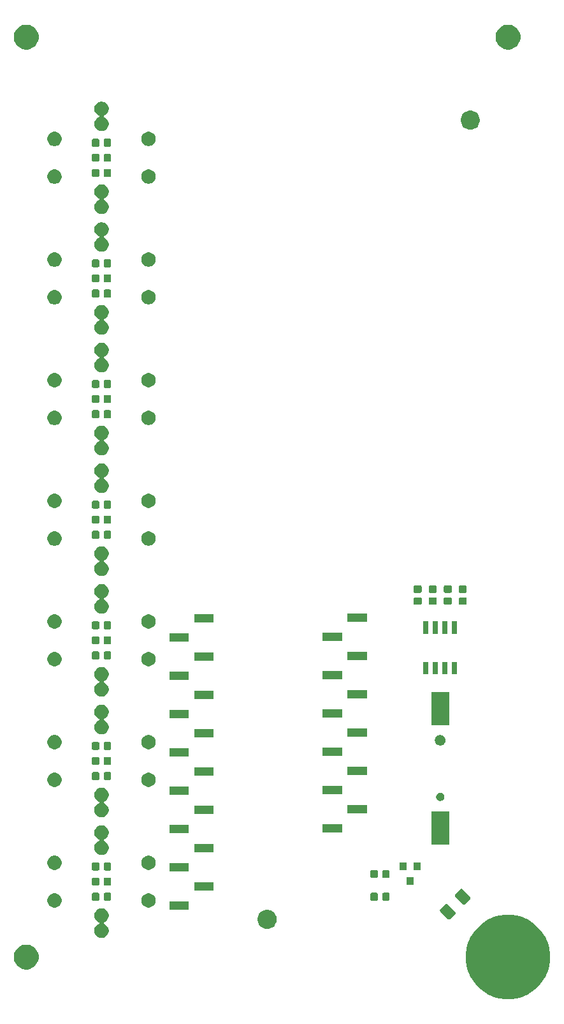
<source format=gbr>
G04 #@! TF.GenerationSoftware,KiCad,Pcbnew,(5.0.1-3-g963ef8bb5)*
G04 #@! TF.CreationDate,2019-06-03T16:35:54+02:00*
G04 #@! TF.ProjectId,foodSampler_v10,666F6F6453616D706C65725F7631302E,rev?*
G04 #@! TF.SameCoordinates,Original*
G04 #@! TF.FileFunction,Soldermask,Bot*
G04 #@! TF.FilePolarity,Negative*
%FSLAX46Y46*%
G04 Gerber Fmt 4.6, Leading zero omitted, Abs format (unit mm)*
G04 Created by KiCad (PCBNEW (5.0.1-3-g963ef8bb5)) date 2019 June 03, Monday 16:35:54*
%MOMM*%
%LPD*%
G01*
G04 APERTURE LIST*
%ADD10C,0.100000*%
G04 APERTURE END LIST*
D10*
G36*
X158633457Y-158615204D02*
X158633459Y-158615205D01*
X158633460Y-158615205D01*
X159652595Y-159037344D01*
X160500556Y-159603934D01*
X160569795Y-159650198D01*
X161349802Y-160430205D01*
X161349804Y-160430208D01*
X161962656Y-161347405D01*
X162384795Y-162366540D01*
X162384796Y-162366543D01*
X162600000Y-163448447D01*
X162600000Y-164551553D01*
X162393927Y-165587553D01*
X162384795Y-165633460D01*
X161962656Y-166652595D01*
X161352570Y-167565652D01*
X161349802Y-167569795D01*
X160569795Y-168349802D01*
X160569792Y-168349804D01*
X159652595Y-168962656D01*
X158633460Y-169384795D01*
X158633459Y-169384795D01*
X158633457Y-169384796D01*
X157551553Y-169600000D01*
X156448447Y-169600000D01*
X155366543Y-169384796D01*
X155366541Y-169384795D01*
X155366540Y-169384795D01*
X154347405Y-168962656D01*
X153430208Y-168349804D01*
X153430205Y-168349802D01*
X152650198Y-167569795D01*
X152647430Y-167565652D01*
X152037344Y-166652595D01*
X151615205Y-165633460D01*
X151606074Y-165587553D01*
X151400000Y-164551553D01*
X151400000Y-163448447D01*
X151615204Y-162366543D01*
X151615205Y-162366540D01*
X152037344Y-161347405D01*
X152650196Y-160430208D01*
X152650198Y-160430205D01*
X153430205Y-159650198D01*
X153499444Y-159603934D01*
X154347405Y-159037344D01*
X155366540Y-158615205D01*
X155366541Y-158615205D01*
X155366543Y-158615204D01*
X156448447Y-158400000D01*
X157551553Y-158400000D01*
X158633457Y-158615204D01*
X158633457Y-158615204D01*
G37*
G36*
X93375256Y-162391298D02*
X93481579Y-162412447D01*
X93782042Y-162536903D01*
X94048852Y-162715180D01*
X94052454Y-162717587D01*
X94282413Y-162947546D01*
X94463098Y-163217960D01*
X94587553Y-163518422D01*
X94651000Y-163837389D01*
X94651000Y-164162611D01*
X94587553Y-164481578D01*
X94463098Y-164782040D01*
X94282413Y-165052454D01*
X94052454Y-165282413D01*
X94052451Y-165282415D01*
X93782042Y-165463097D01*
X93481579Y-165587553D01*
X93375256Y-165608702D01*
X93162611Y-165651000D01*
X92837389Y-165651000D01*
X92624744Y-165608702D01*
X92518421Y-165587553D01*
X92217958Y-165463097D01*
X91947549Y-165282415D01*
X91947546Y-165282413D01*
X91717587Y-165052454D01*
X91536902Y-164782040D01*
X91412447Y-164481578D01*
X91349000Y-164162611D01*
X91349000Y-163837389D01*
X91412447Y-163518422D01*
X91536902Y-163217960D01*
X91717587Y-162947546D01*
X91947546Y-162717587D01*
X91951148Y-162715180D01*
X92217958Y-162536903D01*
X92518421Y-162412447D01*
X92624744Y-162391298D01*
X92837389Y-162349000D01*
X93162611Y-162349000D01*
X93375256Y-162391298D01*
X93375256Y-162391298D01*
G37*
G36*
X103277396Y-157585546D02*
X103450466Y-157657234D01*
X103606230Y-157761312D01*
X103738688Y-157893770D01*
X103842766Y-158049534D01*
X103914454Y-158222604D01*
X103951000Y-158406333D01*
X103951000Y-158593667D01*
X103914454Y-158777396D01*
X103842766Y-158950466D01*
X103738688Y-159106230D01*
X103606230Y-159238688D01*
X103450466Y-159342766D01*
X103349675Y-159384515D01*
X103328064Y-159396066D01*
X103309122Y-159411612D01*
X103293576Y-159430554D01*
X103282025Y-159452164D01*
X103274912Y-159475614D01*
X103272510Y-159500000D01*
X103274912Y-159524386D01*
X103282025Y-159547835D01*
X103293576Y-159569446D01*
X103309122Y-159588388D01*
X103328064Y-159603934D01*
X103349675Y-159615485D01*
X103450466Y-159657234D01*
X103606230Y-159761312D01*
X103738688Y-159893770D01*
X103842766Y-160049534D01*
X103914454Y-160222604D01*
X103951000Y-160406333D01*
X103951000Y-160593667D01*
X103914454Y-160777396D01*
X103842766Y-160950466D01*
X103738688Y-161106230D01*
X103606230Y-161238688D01*
X103450466Y-161342766D01*
X103277396Y-161414454D01*
X103093667Y-161451000D01*
X102906333Y-161451000D01*
X102722604Y-161414454D01*
X102549534Y-161342766D01*
X102393770Y-161238688D01*
X102261312Y-161106230D01*
X102157234Y-160950466D01*
X102085546Y-160777396D01*
X102049000Y-160593667D01*
X102049000Y-160406333D01*
X102085546Y-160222604D01*
X102157234Y-160049534D01*
X102261312Y-159893770D01*
X102393770Y-159761312D01*
X102549534Y-159657234D01*
X102650325Y-159615485D01*
X102671936Y-159603934D01*
X102690878Y-159588388D01*
X102706424Y-159569446D01*
X102717975Y-159547836D01*
X102725088Y-159524386D01*
X102727490Y-159500000D01*
X102725088Y-159475614D01*
X102717975Y-159452165D01*
X102706424Y-159430554D01*
X102690878Y-159411612D01*
X102671936Y-159396066D01*
X102650325Y-159384515D01*
X102549534Y-159342766D01*
X102393770Y-159238688D01*
X102261312Y-159106230D01*
X102157234Y-158950466D01*
X102085546Y-158777396D01*
X102049000Y-158593667D01*
X102049000Y-158406333D01*
X102085546Y-158222604D01*
X102157234Y-158049534D01*
X102261312Y-157893770D01*
X102393770Y-157761312D01*
X102549534Y-157657234D01*
X102722604Y-157585546D01*
X102906333Y-157549000D01*
X103093667Y-157549000D01*
X103277396Y-157585546D01*
X103277396Y-157585546D01*
G37*
G36*
X125247765Y-157754403D02*
X125370445Y-157778805D01*
X125545163Y-157851176D01*
X125601571Y-157874541D01*
X125809581Y-158013529D01*
X125986471Y-158190419D01*
X125986473Y-158190422D01*
X126125459Y-158398429D01*
X126221195Y-158629555D01*
X126270000Y-158874916D01*
X126270000Y-159125084D01*
X126221195Y-159370445D01*
X126187345Y-159452165D01*
X126125459Y-159601571D01*
X125986471Y-159809581D01*
X125809581Y-159986471D01*
X125809578Y-159986473D01*
X125601571Y-160125459D01*
X125370445Y-160221195D01*
X125247764Y-160245598D01*
X125125086Y-160270000D01*
X124874914Y-160270000D01*
X124752236Y-160245598D01*
X124629555Y-160221195D01*
X124398429Y-160125459D01*
X124190422Y-159986473D01*
X124190419Y-159986471D01*
X124013529Y-159809581D01*
X123874541Y-159601571D01*
X123812655Y-159452165D01*
X123778805Y-159370445D01*
X123730000Y-159125084D01*
X123730000Y-158874916D01*
X123778805Y-158629555D01*
X123874541Y-158398429D01*
X124013527Y-158190422D01*
X124013529Y-158190419D01*
X124190419Y-158013529D01*
X124398429Y-157874541D01*
X124454837Y-157851176D01*
X124629555Y-157778805D01*
X124752235Y-157754403D01*
X124874914Y-157730000D01*
X125125086Y-157730000D01*
X125247765Y-157754403D01*
X125247765Y-157754403D01*
G37*
G36*
X148871278Y-156942448D02*
X148907819Y-156953533D01*
X148941494Y-156971532D01*
X148975791Y-156999680D01*
X150000320Y-158024209D01*
X150028468Y-158058506D01*
X150046467Y-158092181D01*
X150057552Y-158128722D01*
X150061294Y-158166726D01*
X150057552Y-158204730D01*
X150046467Y-158241271D01*
X150028468Y-158274946D01*
X150000320Y-158309243D01*
X149329345Y-158980218D01*
X149295048Y-159008366D01*
X149261373Y-159026365D01*
X149224832Y-159037450D01*
X149186828Y-159041192D01*
X149148824Y-159037450D01*
X149112283Y-159026365D01*
X149078608Y-159008366D01*
X149044311Y-158980218D01*
X148019782Y-157955689D01*
X147991634Y-157921392D01*
X147973635Y-157887717D01*
X147962550Y-157851176D01*
X147958808Y-157813172D01*
X147962550Y-157775168D01*
X147973635Y-157738627D01*
X147991634Y-157704952D01*
X148019782Y-157670655D01*
X148690757Y-156999680D01*
X148725054Y-156971532D01*
X148758729Y-156953533D01*
X148795270Y-156942448D01*
X148833274Y-156938706D01*
X148871278Y-156942448D01*
X148871278Y-156942448D01*
G37*
G36*
X114606000Y-157731000D02*
X111994000Y-157731000D01*
X111994000Y-156629000D01*
X114606000Y-156629000D01*
X114606000Y-157731000D01*
X114606000Y-157731000D01*
G37*
G36*
X109527396Y-155585546D02*
X109700466Y-155657234D01*
X109856230Y-155761312D01*
X109988688Y-155893770D01*
X110092766Y-156049534D01*
X110164454Y-156222604D01*
X110201000Y-156406333D01*
X110201000Y-156593667D01*
X110164454Y-156777396D01*
X110092766Y-156950466D01*
X109988688Y-157106230D01*
X109856230Y-157238688D01*
X109700466Y-157342766D01*
X109527396Y-157414454D01*
X109343667Y-157451000D01*
X109156333Y-157451000D01*
X108972604Y-157414454D01*
X108799534Y-157342766D01*
X108643770Y-157238688D01*
X108511312Y-157106230D01*
X108407234Y-156950466D01*
X108335546Y-156777396D01*
X108299000Y-156593667D01*
X108299000Y-156406333D01*
X108335546Y-156222604D01*
X108407234Y-156049534D01*
X108511312Y-155893770D01*
X108643770Y-155761312D01*
X108799534Y-155657234D01*
X108972604Y-155585546D01*
X109156333Y-155549000D01*
X109343667Y-155549000D01*
X109527396Y-155585546D01*
X109527396Y-155585546D01*
G37*
G36*
X97027396Y-155585546D02*
X97200466Y-155657234D01*
X97356230Y-155761312D01*
X97488688Y-155893770D01*
X97592766Y-156049534D01*
X97664454Y-156222604D01*
X97701000Y-156406333D01*
X97701000Y-156593667D01*
X97664454Y-156777396D01*
X97592766Y-156950466D01*
X97488688Y-157106230D01*
X97356230Y-157238688D01*
X97200466Y-157342766D01*
X97027396Y-157414454D01*
X96843667Y-157451000D01*
X96656333Y-157451000D01*
X96472604Y-157414454D01*
X96299534Y-157342766D01*
X96143770Y-157238688D01*
X96011312Y-157106230D01*
X95907234Y-156950466D01*
X95835546Y-156777396D01*
X95799000Y-156593667D01*
X95799000Y-156406333D01*
X95835546Y-156222604D01*
X95907234Y-156049534D01*
X96011312Y-155893770D01*
X96143770Y-155761312D01*
X96299534Y-155657234D01*
X96472604Y-155585546D01*
X96656333Y-155549000D01*
X96843667Y-155549000D01*
X97027396Y-155585546D01*
X97027396Y-155585546D01*
G37*
G36*
X150851176Y-154962550D02*
X150887717Y-154973635D01*
X150921392Y-154991634D01*
X150955689Y-155019782D01*
X151980218Y-156044311D01*
X152008366Y-156078608D01*
X152026365Y-156112283D01*
X152037450Y-156148824D01*
X152041192Y-156186828D01*
X152037450Y-156224832D01*
X152026365Y-156261373D01*
X152008366Y-156295048D01*
X151980218Y-156329345D01*
X151309243Y-157000320D01*
X151274946Y-157028468D01*
X151241271Y-157046467D01*
X151204730Y-157057552D01*
X151166726Y-157061294D01*
X151128722Y-157057552D01*
X151092181Y-157046467D01*
X151058506Y-157028468D01*
X151024209Y-157000320D01*
X149999680Y-155975791D01*
X149971532Y-155941494D01*
X149953533Y-155907819D01*
X149942448Y-155871278D01*
X149938706Y-155833274D01*
X149942448Y-155795270D01*
X149953533Y-155758729D01*
X149971532Y-155725054D01*
X149999680Y-155690757D01*
X150670655Y-155019782D01*
X150704952Y-154991634D01*
X150738627Y-154973635D01*
X150775168Y-154962550D01*
X150813172Y-154958808D01*
X150851176Y-154962550D01*
X150851176Y-154962550D01*
G37*
G36*
X141129591Y-155478085D02*
X141163569Y-155488393D01*
X141194887Y-155505133D01*
X141222339Y-155527661D01*
X141244867Y-155555113D01*
X141261607Y-155586431D01*
X141271915Y-155620409D01*
X141276000Y-155661890D01*
X141276000Y-156338110D01*
X141271915Y-156379591D01*
X141261607Y-156413569D01*
X141244867Y-156444887D01*
X141222339Y-156472339D01*
X141194887Y-156494867D01*
X141163569Y-156511607D01*
X141129591Y-156521915D01*
X141088110Y-156526000D01*
X140486890Y-156526000D01*
X140445409Y-156521915D01*
X140411431Y-156511607D01*
X140380113Y-156494867D01*
X140352661Y-156472339D01*
X140330133Y-156444887D01*
X140313393Y-156413569D01*
X140303085Y-156379591D01*
X140299000Y-156338110D01*
X140299000Y-155661890D01*
X140303085Y-155620409D01*
X140313393Y-155586431D01*
X140330133Y-155555113D01*
X140352661Y-155527661D01*
X140380113Y-155505133D01*
X140411431Y-155488393D01*
X140445409Y-155478085D01*
X140486890Y-155474000D01*
X141088110Y-155474000D01*
X141129591Y-155478085D01*
X141129591Y-155478085D01*
G37*
G36*
X139554591Y-155478085D02*
X139588569Y-155488393D01*
X139619887Y-155505133D01*
X139647339Y-155527661D01*
X139669867Y-155555113D01*
X139686607Y-155586431D01*
X139696915Y-155620409D01*
X139701000Y-155661890D01*
X139701000Y-156338110D01*
X139696915Y-156379591D01*
X139686607Y-156413569D01*
X139669867Y-156444887D01*
X139647339Y-156472339D01*
X139619887Y-156494867D01*
X139588569Y-156511607D01*
X139554591Y-156521915D01*
X139513110Y-156526000D01*
X138911890Y-156526000D01*
X138870409Y-156521915D01*
X138836431Y-156511607D01*
X138805113Y-156494867D01*
X138777661Y-156472339D01*
X138755133Y-156444887D01*
X138738393Y-156413569D01*
X138728085Y-156379591D01*
X138724000Y-156338110D01*
X138724000Y-155661890D01*
X138728085Y-155620409D01*
X138738393Y-155586431D01*
X138755133Y-155555113D01*
X138777661Y-155527661D01*
X138805113Y-155505133D01*
X138836431Y-155488393D01*
X138870409Y-155478085D01*
X138911890Y-155474000D01*
X139513110Y-155474000D01*
X139554591Y-155478085D01*
X139554591Y-155478085D01*
G37*
G36*
X104129591Y-155478085D02*
X104163569Y-155488393D01*
X104194887Y-155505133D01*
X104222339Y-155527661D01*
X104244867Y-155555113D01*
X104261607Y-155586431D01*
X104271915Y-155620409D01*
X104276000Y-155661890D01*
X104276000Y-156338110D01*
X104271915Y-156379591D01*
X104261607Y-156413569D01*
X104244867Y-156444887D01*
X104222339Y-156472339D01*
X104194887Y-156494867D01*
X104163569Y-156511607D01*
X104129591Y-156521915D01*
X104088110Y-156526000D01*
X103486890Y-156526000D01*
X103445409Y-156521915D01*
X103411431Y-156511607D01*
X103380113Y-156494867D01*
X103352661Y-156472339D01*
X103330133Y-156444887D01*
X103313393Y-156413569D01*
X103303085Y-156379591D01*
X103299000Y-156338110D01*
X103299000Y-155661890D01*
X103303085Y-155620409D01*
X103313393Y-155586431D01*
X103330133Y-155555113D01*
X103352661Y-155527661D01*
X103380113Y-155505133D01*
X103411431Y-155488393D01*
X103445409Y-155478085D01*
X103486890Y-155474000D01*
X104088110Y-155474000D01*
X104129591Y-155478085D01*
X104129591Y-155478085D01*
G37*
G36*
X102554591Y-155478085D02*
X102588569Y-155488393D01*
X102619887Y-155505133D01*
X102647339Y-155527661D01*
X102669867Y-155555113D01*
X102686607Y-155586431D01*
X102696915Y-155620409D01*
X102701000Y-155661890D01*
X102701000Y-156338110D01*
X102696915Y-156379591D01*
X102686607Y-156413569D01*
X102669867Y-156444887D01*
X102647339Y-156472339D01*
X102619887Y-156494867D01*
X102588569Y-156511607D01*
X102554591Y-156521915D01*
X102513110Y-156526000D01*
X101911890Y-156526000D01*
X101870409Y-156521915D01*
X101836431Y-156511607D01*
X101805113Y-156494867D01*
X101777661Y-156472339D01*
X101755133Y-156444887D01*
X101738393Y-156413569D01*
X101728085Y-156379591D01*
X101724000Y-156338110D01*
X101724000Y-155661890D01*
X101728085Y-155620409D01*
X101738393Y-155586431D01*
X101755133Y-155555113D01*
X101777661Y-155527661D01*
X101805113Y-155505133D01*
X101836431Y-155488393D01*
X101870409Y-155478085D01*
X101911890Y-155474000D01*
X102513110Y-155474000D01*
X102554591Y-155478085D01*
X102554591Y-155478085D01*
G37*
G36*
X117916000Y-155191000D02*
X115304000Y-155191000D01*
X115304000Y-154089000D01*
X117916000Y-154089000D01*
X117916000Y-155191000D01*
X117916000Y-155191000D01*
G37*
G36*
X104129591Y-153478085D02*
X104163569Y-153488393D01*
X104194887Y-153505133D01*
X104222339Y-153527661D01*
X104244867Y-153555113D01*
X104261607Y-153586431D01*
X104271915Y-153620409D01*
X104276000Y-153661890D01*
X104276000Y-154338110D01*
X104271915Y-154379591D01*
X104261607Y-154413569D01*
X104244867Y-154444887D01*
X104222339Y-154472339D01*
X104194887Y-154494867D01*
X104163569Y-154511607D01*
X104129591Y-154521915D01*
X104088110Y-154526000D01*
X103486890Y-154526000D01*
X103445409Y-154521915D01*
X103411431Y-154511607D01*
X103380113Y-154494867D01*
X103352661Y-154472339D01*
X103330133Y-154444887D01*
X103313393Y-154413569D01*
X103303085Y-154379591D01*
X103299000Y-154338110D01*
X103299000Y-153661890D01*
X103303085Y-153620409D01*
X103313393Y-153586431D01*
X103330133Y-153555113D01*
X103352661Y-153527661D01*
X103380113Y-153505133D01*
X103411431Y-153488393D01*
X103445409Y-153478085D01*
X103486890Y-153474000D01*
X104088110Y-153474000D01*
X104129591Y-153478085D01*
X104129591Y-153478085D01*
G37*
G36*
X102554591Y-153478085D02*
X102588569Y-153488393D01*
X102619887Y-153505133D01*
X102647339Y-153527661D01*
X102669867Y-153555113D01*
X102686607Y-153586431D01*
X102696915Y-153620409D01*
X102701000Y-153661890D01*
X102701000Y-154338110D01*
X102696915Y-154379591D01*
X102686607Y-154413569D01*
X102669867Y-154444887D01*
X102647339Y-154472339D01*
X102619887Y-154494867D01*
X102588569Y-154511607D01*
X102554591Y-154521915D01*
X102513110Y-154526000D01*
X101911890Y-154526000D01*
X101870409Y-154521915D01*
X101836431Y-154511607D01*
X101805113Y-154494867D01*
X101777661Y-154472339D01*
X101755133Y-154444887D01*
X101738393Y-154413569D01*
X101728085Y-154379591D01*
X101724000Y-154338110D01*
X101724000Y-153661890D01*
X101728085Y-153620409D01*
X101738393Y-153586431D01*
X101755133Y-153555113D01*
X101777661Y-153527661D01*
X101805113Y-153505133D01*
X101836431Y-153488393D01*
X101870409Y-153478085D01*
X101911890Y-153474000D01*
X102513110Y-153474000D01*
X102554591Y-153478085D01*
X102554591Y-153478085D01*
G37*
G36*
X144451000Y-154451000D02*
X143549000Y-154451000D01*
X143549000Y-153449000D01*
X144451000Y-153449000D01*
X144451000Y-154451000D01*
X144451000Y-154451000D01*
G37*
G36*
X139554591Y-152478085D02*
X139588569Y-152488393D01*
X139619887Y-152505133D01*
X139647339Y-152527661D01*
X139669867Y-152555113D01*
X139686607Y-152586431D01*
X139696915Y-152620409D01*
X139701000Y-152661890D01*
X139701000Y-153338110D01*
X139696915Y-153379591D01*
X139686607Y-153413569D01*
X139669867Y-153444887D01*
X139647339Y-153472339D01*
X139619887Y-153494867D01*
X139588569Y-153511607D01*
X139554591Y-153521915D01*
X139513110Y-153526000D01*
X138911890Y-153526000D01*
X138870409Y-153521915D01*
X138836431Y-153511607D01*
X138805113Y-153494867D01*
X138777661Y-153472339D01*
X138755133Y-153444887D01*
X138738393Y-153413569D01*
X138728085Y-153379591D01*
X138724000Y-153338110D01*
X138724000Y-152661890D01*
X138728085Y-152620409D01*
X138738393Y-152586431D01*
X138755133Y-152555113D01*
X138777661Y-152527661D01*
X138805113Y-152505133D01*
X138836431Y-152488393D01*
X138870409Y-152478085D01*
X138911890Y-152474000D01*
X139513110Y-152474000D01*
X139554591Y-152478085D01*
X139554591Y-152478085D01*
G37*
G36*
X141129591Y-152478085D02*
X141163569Y-152488393D01*
X141194887Y-152505133D01*
X141222339Y-152527661D01*
X141244867Y-152555113D01*
X141261607Y-152586431D01*
X141271915Y-152620409D01*
X141276000Y-152661890D01*
X141276000Y-153338110D01*
X141271915Y-153379591D01*
X141261607Y-153413569D01*
X141244867Y-153444887D01*
X141222339Y-153472339D01*
X141194887Y-153494867D01*
X141163569Y-153511607D01*
X141129591Y-153521915D01*
X141088110Y-153526000D01*
X140486890Y-153526000D01*
X140445409Y-153521915D01*
X140411431Y-153511607D01*
X140380113Y-153494867D01*
X140352661Y-153472339D01*
X140330133Y-153444887D01*
X140313393Y-153413569D01*
X140303085Y-153379591D01*
X140299000Y-153338110D01*
X140299000Y-152661890D01*
X140303085Y-152620409D01*
X140313393Y-152586431D01*
X140330133Y-152555113D01*
X140352661Y-152527661D01*
X140380113Y-152505133D01*
X140411431Y-152488393D01*
X140445409Y-152478085D01*
X140486890Y-152474000D01*
X141088110Y-152474000D01*
X141129591Y-152478085D01*
X141129591Y-152478085D01*
G37*
G36*
X114606000Y-152651000D02*
X111994000Y-152651000D01*
X111994000Y-151549000D01*
X114606000Y-151549000D01*
X114606000Y-152651000D01*
X114606000Y-152651000D01*
G37*
G36*
X102554591Y-151478085D02*
X102588569Y-151488393D01*
X102619887Y-151505133D01*
X102647339Y-151527661D01*
X102669867Y-151555113D01*
X102686607Y-151586431D01*
X102696915Y-151620409D01*
X102701000Y-151661890D01*
X102701000Y-152338110D01*
X102696915Y-152379591D01*
X102686607Y-152413569D01*
X102669867Y-152444887D01*
X102647339Y-152472339D01*
X102619887Y-152494867D01*
X102588569Y-152511607D01*
X102554591Y-152521915D01*
X102513110Y-152526000D01*
X101911890Y-152526000D01*
X101870409Y-152521915D01*
X101836431Y-152511607D01*
X101805113Y-152494867D01*
X101777661Y-152472339D01*
X101755133Y-152444887D01*
X101738393Y-152413569D01*
X101728085Y-152379591D01*
X101724000Y-152338110D01*
X101724000Y-151661890D01*
X101728085Y-151620409D01*
X101738393Y-151586431D01*
X101755133Y-151555113D01*
X101777661Y-151527661D01*
X101805113Y-151505133D01*
X101836431Y-151488393D01*
X101870409Y-151478085D01*
X101911890Y-151474000D01*
X102513110Y-151474000D01*
X102554591Y-151478085D01*
X102554591Y-151478085D01*
G37*
G36*
X104129591Y-151478085D02*
X104163569Y-151488393D01*
X104194887Y-151505133D01*
X104222339Y-151527661D01*
X104244867Y-151555113D01*
X104261607Y-151586431D01*
X104271915Y-151620409D01*
X104276000Y-151661890D01*
X104276000Y-152338110D01*
X104271915Y-152379591D01*
X104261607Y-152413569D01*
X104244867Y-152444887D01*
X104222339Y-152472339D01*
X104194887Y-152494867D01*
X104163569Y-152511607D01*
X104129591Y-152521915D01*
X104088110Y-152526000D01*
X103486890Y-152526000D01*
X103445409Y-152521915D01*
X103411431Y-152511607D01*
X103380113Y-152494867D01*
X103352661Y-152472339D01*
X103330133Y-152444887D01*
X103313393Y-152413569D01*
X103303085Y-152379591D01*
X103299000Y-152338110D01*
X103299000Y-151661890D01*
X103303085Y-151620409D01*
X103313393Y-151586431D01*
X103330133Y-151555113D01*
X103352661Y-151527661D01*
X103380113Y-151505133D01*
X103411431Y-151488393D01*
X103445409Y-151478085D01*
X103486890Y-151474000D01*
X104088110Y-151474000D01*
X104129591Y-151478085D01*
X104129591Y-151478085D01*
G37*
G36*
X97027396Y-150585546D02*
X97200466Y-150657234D01*
X97356230Y-150761312D01*
X97488688Y-150893770D01*
X97592766Y-151049534D01*
X97664454Y-151222604D01*
X97701000Y-151406333D01*
X97701000Y-151593667D01*
X97664454Y-151777396D01*
X97592766Y-151950466D01*
X97488688Y-152106230D01*
X97356230Y-152238688D01*
X97200466Y-152342766D01*
X97027396Y-152414454D01*
X96843667Y-152451000D01*
X96656333Y-152451000D01*
X96472604Y-152414454D01*
X96299534Y-152342766D01*
X96143770Y-152238688D01*
X96011312Y-152106230D01*
X95907234Y-151950466D01*
X95835546Y-151777396D01*
X95799000Y-151593667D01*
X95799000Y-151406333D01*
X95835546Y-151222604D01*
X95907234Y-151049534D01*
X96011312Y-150893770D01*
X96143770Y-150761312D01*
X96299534Y-150657234D01*
X96472604Y-150585546D01*
X96656333Y-150549000D01*
X96843667Y-150549000D01*
X97027396Y-150585546D01*
X97027396Y-150585546D01*
G37*
G36*
X109527396Y-150585546D02*
X109700466Y-150657234D01*
X109856230Y-150761312D01*
X109988688Y-150893770D01*
X110092766Y-151049534D01*
X110164454Y-151222604D01*
X110201000Y-151406333D01*
X110201000Y-151593667D01*
X110164454Y-151777396D01*
X110092766Y-151950466D01*
X109988688Y-152106230D01*
X109856230Y-152238688D01*
X109700466Y-152342766D01*
X109527396Y-152414454D01*
X109343667Y-152451000D01*
X109156333Y-152451000D01*
X108972604Y-152414454D01*
X108799534Y-152342766D01*
X108643770Y-152238688D01*
X108511312Y-152106230D01*
X108407234Y-151950466D01*
X108335546Y-151777396D01*
X108299000Y-151593667D01*
X108299000Y-151406333D01*
X108335546Y-151222604D01*
X108407234Y-151049534D01*
X108511312Y-150893770D01*
X108643770Y-150761312D01*
X108799534Y-150657234D01*
X108972604Y-150585546D01*
X109156333Y-150549000D01*
X109343667Y-150549000D01*
X109527396Y-150585546D01*
X109527396Y-150585546D01*
G37*
G36*
X145401000Y-152451000D02*
X144499000Y-152451000D01*
X144499000Y-151449000D01*
X145401000Y-151449000D01*
X145401000Y-152451000D01*
X145401000Y-152451000D01*
G37*
G36*
X143501000Y-152451000D02*
X142599000Y-152451000D01*
X142599000Y-151449000D01*
X143501000Y-151449000D01*
X143501000Y-152451000D01*
X143501000Y-152451000D01*
G37*
G36*
X103277396Y-146585546D02*
X103450466Y-146657234D01*
X103606230Y-146761312D01*
X103738688Y-146893770D01*
X103842766Y-147049534D01*
X103914454Y-147222604D01*
X103951000Y-147406333D01*
X103951000Y-147593667D01*
X103914454Y-147777396D01*
X103842766Y-147950466D01*
X103738688Y-148106230D01*
X103606230Y-148238688D01*
X103450466Y-148342766D01*
X103349675Y-148384515D01*
X103328064Y-148396066D01*
X103309122Y-148411612D01*
X103293576Y-148430554D01*
X103282025Y-148452164D01*
X103274912Y-148475614D01*
X103272510Y-148500000D01*
X103274912Y-148524386D01*
X103282025Y-148547835D01*
X103293576Y-148569446D01*
X103309122Y-148588388D01*
X103328064Y-148603934D01*
X103349675Y-148615485D01*
X103450466Y-148657234D01*
X103606230Y-148761312D01*
X103738688Y-148893770D01*
X103842766Y-149049534D01*
X103914454Y-149222604D01*
X103951000Y-149406333D01*
X103951000Y-149593667D01*
X103914454Y-149777396D01*
X103842766Y-149950466D01*
X103738688Y-150106230D01*
X103606230Y-150238688D01*
X103450466Y-150342766D01*
X103277396Y-150414454D01*
X103093667Y-150451000D01*
X102906333Y-150451000D01*
X102722604Y-150414454D01*
X102549534Y-150342766D01*
X102393770Y-150238688D01*
X102261312Y-150106230D01*
X102157234Y-149950466D01*
X102085546Y-149777396D01*
X102049000Y-149593667D01*
X102049000Y-149406333D01*
X102085546Y-149222604D01*
X102157234Y-149049534D01*
X102261312Y-148893770D01*
X102393770Y-148761312D01*
X102549534Y-148657234D01*
X102650325Y-148615485D01*
X102671936Y-148603934D01*
X102690878Y-148588388D01*
X102706424Y-148569446D01*
X102717975Y-148547836D01*
X102725088Y-148524386D01*
X102727490Y-148500000D01*
X102725088Y-148475614D01*
X102717975Y-148452165D01*
X102706424Y-148430554D01*
X102690878Y-148411612D01*
X102671936Y-148396066D01*
X102650325Y-148384515D01*
X102549534Y-148342766D01*
X102393770Y-148238688D01*
X102261312Y-148106230D01*
X102157234Y-147950466D01*
X102085546Y-147777396D01*
X102049000Y-147593667D01*
X102049000Y-147406333D01*
X102085546Y-147222604D01*
X102157234Y-147049534D01*
X102261312Y-146893770D01*
X102393770Y-146761312D01*
X102549534Y-146657234D01*
X102722604Y-146585546D01*
X102906333Y-146549000D01*
X103093667Y-146549000D01*
X103277396Y-146585546D01*
X103277396Y-146585546D01*
G37*
G36*
X117916000Y-150111000D02*
X115304000Y-150111000D01*
X115304000Y-149009000D01*
X117916000Y-149009000D01*
X117916000Y-150111000D01*
X117916000Y-150111000D01*
G37*
G36*
X149201000Y-149101000D02*
X146799000Y-149101000D01*
X146799000Y-144699000D01*
X149201000Y-144699000D01*
X149201000Y-149101000D01*
X149201000Y-149101000D01*
G37*
G36*
X114606000Y-147571000D02*
X111994000Y-147571000D01*
X111994000Y-146469000D01*
X114606000Y-146469000D01*
X114606000Y-147571000D01*
X114606000Y-147571000D01*
G37*
G36*
X134951000Y-147521000D02*
X132339000Y-147521000D01*
X132339000Y-146419000D01*
X134951000Y-146419000D01*
X134951000Y-147521000D01*
X134951000Y-147521000D01*
G37*
G36*
X103277396Y-141585546D02*
X103450466Y-141657234D01*
X103606230Y-141761312D01*
X103738688Y-141893770D01*
X103842766Y-142049534D01*
X103914454Y-142222604D01*
X103951000Y-142406333D01*
X103951000Y-142593667D01*
X103914454Y-142777396D01*
X103842766Y-142950466D01*
X103738688Y-143106230D01*
X103606230Y-143238688D01*
X103450466Y-143342766D01*
X103349675Y-143384515D01*
X103328064Y-143396066D01*
X103309122Y-143411612D01*
X103293576Y-143430554D01*
X103282025Y-143452164D01*
X103274912Y-143475614D01*
X103272510Y-143500000D01*
X103274912Y-143524386D01*
X103282025Y-143547835D01*
X103293576Y-143569446D01*
X103309122Y-143588388D01*
X103328064Y-143603934D01*
X103349675Y-143615485D01*
X103450466Y-143657234D01*
X103606230Y-143761312D01*
X103738688Y-143893770D01*
X103842766Y-144049534D01*
X103914454Y-144222604D01*
X103951000Y-144406333D01*
X103951000Y-144593667D01*
X103914454Y-144777396D01*
X103842766Y-144950466D01*
X103738688Y-145106230D01*
X103606230Y-145238688D01*
X103450466Y-145342766D01*
X103277396Y-145414454D01*
X103093667Y-145451000D01*
X102906333Y-145451000D01*
X102722604Y-145414454D01*
X102549534Y-145342766D01*
X102393770Y-145238688D01*
X102261312Y-145106230D01*
X102157234Y-144950466D01*
X102085546Y-144777396D01*
X102049000Y-144593667D01*
X102049000Y-144406333D01*
X102085546Y-144222604D01*
X102157234Y-144049534D01*
X102261312Y-143893770D01*
X102393770Y-143761312D01*
X102549534Y-143657234D01*
X102650325Y-143615485D01*
X102671936Y-143603934D01*
X102690878Y-143588388D01*
X102706424Y-143569446D01*
X102717975Y-143547836D01*
X102725088Y-143524386D01*
X102727490Y-143500000D01*
X102725088Y-143475614D01*
X102717975Y-143452165D01*
X102706424Y-143430554D01*
X102690878Y-143411612D01*
X102671936Y-143396066D01*
X102650325Y-143384515D01*
X102549534Y-143342766D01*
X102393770Y-143238688D01*
X102261312Y-143106230D01*
X102157234Y-142950466D01*
X102085546Y-142777396D01*
X102049000Y-142593667D01*
X102049000Y-142406333D01*
X102085546Y-142222604D01*
X102157234Y-142049534D01*
X102261312Y-141893770D01*
X102393770Y-141761312D01*
X102549534Y-141657234D01*
X102722604Y-141585546D01*
X102906333Y-141549000D01*
X103093667Y-141549000D01*
X103277396Y-141585546D01*
X103277396Y-141585546D01*
G37*
G36*
X117916000Y-145031000D02*
X115304000Y-145031000D01*
X115304000Y-143929000D01*
X117916000Y-143929000D01*
X117916000Y-145031000D01*
X117916000Y-145031000D01*
G37*
G36*
X138261000Y-144981000D02*
X135649000Y-144981000D01*
X135649000Y-143879000D01*
X138261000Y-143879000D01*
X138261000Y-144981000D01*
X138261000Y-144981000D01*
G37*
G36*
X148160721Y-142220174D02*
X148260995Y-142261709D01*
X148351245Y-142322012D01*
X148427988Y-142398755D01*
X148488291Y-142489005D01*
X148529826Y-142589279D01*
X148551000Y-142695730D01*
X148551000Y-142804270D01*
X148529826Y-142910721D01*
X148488291Y-143010995D01*
X148427988Y-143101245D01*
X148351245Y-143177988D01*
X148260995Y-143238291D01*
X148160721Y-143279826D01*
X148054270Y-143301000D01*
X147945730Y-143301000D01*
X147839279Y-143279826D01*
X147739005Y-143238291D01*
X147648755Y-143177988D01*
X147572012Y-143101245D01*
X147511709Y-143010995D01*
X147470174Y-142910721D01*
X147449000Y-142804270D01*
X147449000Y-142695730D01*
X147470174Y-142589279D01*
X147511709Y-142489005D01*
X147572012Y-142398755D01*
X147648755Y-142322012D01*
X147739005Y-142261709D01*
X147839279Y-142220174D01*
X147945730Y-142199000D01*
X148054270Y-142199000D01*
X148160721Y-142220174D01*
X148160721Y-142220174D01*
G37*
G36*
X114606000Y-142491000D02*
X111994000Y-142491000D01*
X111994000Y-141389000D01*
X114606000Y-141389000D01*
X114606000Y-142491000D01*
X114606000Y-142491000D01*
G37*
G36*
X134951000Y-142441000D02*
X132339000Y-142441000D01*
X132339000Y-141339000D01*
X134951000Y-141339000D01*
X134951000Y-142441000D01*
X134951000Y-142441000D01*
G37*
G36*
X109527396Y-139585546D02*
X109700466Y-139657234D01*
X109856230Y-139761312D01*
X109988688Y-139893770D01*
X110092766Y-140049534D01*
X110164454Y-140222604D01*
X110201000Y-140406333D01*
X110201000Y-140593667D01*
X110164454Y-140777396D01*
X110092766Y-140950466D01*
X109988688Y-141106230D01*
X109856230Y-141238688D01*
X109700466Y-141342766D01*
X109527396Y-141414454D01*
X109343667Y-141451000D01*
X109156333Y-141451000D01*
X108972604Y-141414454D01*
X108799534Y-141342766D01*
X108643770Y-141238688D01*
X108511312Y-141106230D01*
X108407234Y-140950466D01*
X108335546Y-140777396D01*
X108299000Y-140593667D01*
X108299000Y-140406333D01*
X108335546Y-140222604D01*
X108407234Y-140049534D01*
X108511312Y-139893770D01*
X108643770Y-139761312D01*
X108799534Y-139657234D01*
X108972604Y-139585546D01*
X109156333Y-139549000D01*
X109343667Y-139549000D01*
X109527396Y-139585546D01*
X109527396Y-139585546D01*
G37*
G36*
X97027396Y-139585546D02*
X97200466Y-139657234D01*
X97356230Y-139761312D01*
X97488688Y-139893770D01*
X97592766Y-140049534D01*
X97664454Y-140222604D01*
X97701000Y-140406333D01*
X97701000Y-140593667D01*
X97664454Y-140777396D01*
X97592766Y-140950466D01*
X97488688Y-141106230D01*
X97356230Y-141238688D01*
X97200466Y-141342766D01*
X97027396Y-141414454D01*
X96843667Y-141451000D01*
X96656333Y-141451000D01*
X96472604Y-141414454D01*
X96299534Y-141342766D01*
X96143770Y-141238688D01*
X96011312Y-141106230D01*
X95907234Y-140950466D01*
X95835546Y-140777396D01*
X95799000Y-140593667D01*
X95799000Y-140406333D01*
X95835546Y-140222604D01*
X95907234Y-140049534D01*
X96011312Y-139893770D01*
X96143770Y-139761312D01*
X96299534Y-139657234D01*
X96472604Y-139585546D01*
X96656333Y-139549000D01*
X96843667Y-139549000D01*
X97027396Y-139585546D01*
X97027396Y-139585546D01*
G37*
G36*
X102554591Y-139478085D02*
X102588569Y-139488393D01*
X102619887Y-139505133D01*
X102647339Y-139527661D01*
X102669867Y-139555113D01*
X102686607Y-139586431D01*
X102696915Y-139620409D01*
X102701000Y-139661890D01*
X102701000Y-140338110D01*
X102696915Y-140379591D01*
X102686607Y-140413569D01*
X102669867Y-140444887D01*
X102647339Y-140472339D01*
X102619887Y-140494867D01*
X102588569Y-140511607D01*
X102554591Y-140521915D01*
X102513110Y-140526000D01*
X101911890Y-140526000D01*
X101870409Y-140521915D01*
X101836431Y-140511607D01*
X101805113Y-140494867D01*
X101777661Y-140472339D01*
X101755133Y-140444887D01*
X101738393Y-140413569D01*
X101728085Y-140379591D01*
X101724000Y-140338110D01*
X101724000Y-139661890D01*
X101728085Y-139620409D01*
X101738393Y-139586431D01*
X101755133Y-139555113D01*
X101777661Y-139527661D01*
X101805113Y-139505133D01*
X101836431Y-139488393D01*
X101870409Y-139478085D01*
X101911890Y-139474000D01*
X102513110Y-139474000D01*
X102554591Y-139478085D01*
X102554591Y-139478085D01*
G37*
G36*
X104129591Y-139478085D02*
X104163569Y-139488393D01*
X104194887Y-139505133D01*
X104222339Y-139527661D01*
X104244867Y-139555113D01*
X104261607Y-139586431D01*
X104271915Y-139620409D01*
X104276000Y-139661890D01*
X104276000Y-140338110D01*
X104271915Y-140379591D01*
X104261607Y-140413569D01*
X104244867Y-140444887D01*
X104222339Y-140472339D01*
X104194887Y-140494867D01*
X104163569Y-140511607D01*
X104129591Y-140521915D01*
X104088110Y-140526000D01*
X103486890Y-140526000D01*
X103445409Y-140521915D01*
X103411431Y-140511607D01*
X103380113Y-140494867D01*
X103352661Y-140472339D01*
X103330133Y-140444887D01*
X103313393Y-140413569D01*
X103303085Y-140379591D01*
X103299000Y-140338110D01*
X103299000Y-139661890D01*
X103303085Y-139620409D01*
X103313393Y-139586431D01*
X103330133Y-139555113D01*
X103352661Y-139527661D01*
X103380113Y-139505133D01*
X103411431Y-139488393D01*
X103445409Y-139478085D01*
X103486890Y-139474000D01*
X104088110Y-139474000D01*
X104129591Y-139478085D01*
X104129591Y-139478085D01*
G37*
G36*
X117916000Y-139951000D02*
X115304000Y-139951000D01*
X115304000Y-138849000D01*
X117916000Y-138849000D01*
X117916000Y-139951000D01*
X117916000Y-139951000D01*
G37*
G36*
X138261000Y-139901000D02*
X135649000Y-139901000D01*
X135649000Y-138799000D01*
X138261000Y-138799000D01*
X138261000Y-139901000D01*
X138261000Y-139901000D01*
G37*
G36*
X104129591Y-137478085D02*
X104163569Y-137488393D01*
X104194887Y-137505133D01*
X104222339Y-137527661D01*
X104244867Y-137555113D01*
X104261607Y-137586431D01*
X104271915Y-137620409D01*
X104276000Y-137661890D01*
X104276000Y-138338110D01*
X104271915Y-138379591D01*
X104261607Y-138413569D01*
X104244867Y-138444887D01*
X104222339Y-138472339D01*
X104194887Y-138494867D01*
X104163569Y-138511607D01*
X104129591Y-138521915D01*
X104088110Y-138526000D01*
X103486890Y-138526000D01*
X103445409Y-138521915D01*
X103411431Y-138511607D01*
X103380113Y-138494867D01*
X103352661Y-138472339D01*
X103330133Y-138444887D01*
X103313393Y-138413569D01*
X103303085Y-138379591D01*
X103299000Y-138338110D01*
X103299000Y-137661890D01*
X103303085Y-137620409D01*
X103313393Y-137586431D01*
X103330133Y-137555113D01*
X103352661Y-137527661D01*
X103380113Y-137505133D01*
X103411431Y-137488393D01*
X103445409Y-137478085D01*
X103486890Y-137474000D01*
X104088110Y-137474000D01*
X104129591Y-137478085D01*
X104129591Y-137478085D01*
G37*
G36*
X102554591Y-137478085D02*
X102588569Y-137488393D01*
X102619887Y-137505133D01*
X102647339Y-137527661D01*
X102669867Y-137555113D01*
X102686607Y-137586431D01*
X102696915Y-137620409D01*
X102701000Y-137661890D01*
X102701000Y-138338110D01*
X102696915Y-138379591D01*
X102686607Y-138413569D01*
X102669867Y-138444887D01*
X102647339Y-138472339D01*
X102619887Y-138494867D01*
X102588569Y-138511607D01*
X102554591Y-138521915D01*
X102513110Y-138526000D01*
X101911890Y-138526000D01*
X101870409Y-138521915D01*
X101836431Y-138511607D01*
X101805113Y-138494867D01*
X101777661Y-138472339D01*
X101755133Y-138444887D01*
X101738393Y-138413569D01*
X101728085Y-138379591D01*
X101724000Y-138338110D01*
X101724000Y-137661890D01*
X101728085Y-137620409D01*
X101738393Y-137586431D01*
X101755133Y-137555113D01*
X101777661Y-137527661D01*
X101805113Y-137505133D01*
X101836431Y-137488393D01*
X101870409Y-137478085D01*
X101911890Y-137474000D01*
X102513110Y-137474000D01*
X102554591Y-137478085D01*
X102554591Y-137478085D01*
G37*
G36*
X114606000Y-137411000D02*
X111994000Y-137411000D01*
X111994000Y-136309000D01*
X114606000Y-136309000D01*
X114606000Y-137411000D01*
X114606000Y-137411000D01*
G37*
G36*
X134951000Y-137361000D02*
X132339000Y-137361000D01*
X132339000Y-136259000D01*
X134951000Y-136259000D01*
X134951000Y-137361000D01*
X134951000Y-137361000D01*
G37*
G36*
X102554591Y-135478085D02*
X102588569Y-135488393D01*
X102619887Y-135505133D01*
X102647339Y-135527661D01*
X102669867Y-135555113D01*
X102686607Y-135586431D01*
X102696915Y-135620409D01*
X102701000Y-135661890D01*
X102701000Y-136338110D01*
X102696915Y-136379591D01*
X102686607Y-136413569D01*
X102669867Y-136444887D01*
X102647339Y-136472339D01*
X102619887Y-136494867D01*
X102588569Y-136511607D01*
X102554591Y-136521915D01*
X102513110Y-136526000D01*
X101911890Y-136526000D01*
X101870409Y-136521915D01*
X101836431Y-136511607D01*
X101805113Y-136494867D01*
X101777661Y-136472339D01*
X101755133Y-136444887D01*
X101738393Y-136413569D01*
X101728085Y-136379591D01*
X101724000Y-136338110D01*
X101724000Y-135661890D01*
X101728085Y-135620409D01*
X101738393Y-135586431D01*
X101755133Y-135555113D01*
X101777661Y-135527661D01*
X101805113Y-135505133D01*
X101836431Y-135488393D01*
X101870409Y-135478085D01*
X101911890Y-135474000D01*
X102513110Y-135474000D01*
X102554591Y-135478085D01*
X102554591Y-135478085D01*
G37*
G36*
X104129591Y-135478085D02*
X104163569Y-135488393D01*
X104194887Y-135505133D01*
X104222339Y-135527661D01*
X104244867Y-135555113D01*
X104261607Y-135586431D01*
X104271915Y-135620409D01*
X104276000Y-135661890D01*
X104276000Y-136338110D01*
X104271915Y-136379591D01*
X104261607Y-136413569D01*
X104244867Y-136444887D01*
X104222339Y-136472339D01*
X104194887Y-136494867D01*
X104163569Y-136511607D01*
X104129591Y-136521915D01*
X104088110Y-136526000D01*
X103486890Y-136526000D01*
X103445409Y-136521915D01*
X103411431Y-136511607D01*
X103380113Y-136494867D01*
X103352661Y-136472339D01*
X103330133Y-136444887D01*
X103313393Y-136413569D01*
X103303085Y-136379591D01*
X103299000Y-136338110D01*
X103299000Y-135661890D01*
X103303085Y-135620409D01*
X103313393Y-135586431D01*
X103330133Y-135555113D01*
X103352661Y-135527661D01*
X103380113Y-135505133D01*
X103411431Y-135488393D01*
X103445409Y-135478085D01*
X103486890Y-135474000D01*
X104088110Y-135474000D01*
X104129591Y-135478085D01*
X104129591Y-135478085D01*
G37*
G36*
X109527396Y-134585546D02*
X109700466Y-134657234D01*
X109856230Y-134761312D01*
X109988688Y-134893770D01*
X110092766Y-135049534D01*
X110164454Y-135222604D01*
X110201000Y-135406333D01*
X110201000Y-135593667D01*
X110164454Y-135777396D01*
X110092766Y-135950466D01*
X109988688Y-136106230D01*
X109856230Y-136238688D01*
X109700466Y-136342766D01*
X109527396Y-136414454D01*
X109343667Y-136451000D01*
X109156333Y-136451000D01*
X108972604Y-136414454D01*
X108799534Y-136342766D01*
X108643770Y-136238688D01*
X108511312Y-136106230D01*
X108407234Y-135950466D01*
X108335546Y-135777396D01*
X108299000Y-135593667D01*
X108299000Y-135406333D01*
X108335546Y-135222604D01*
X108407234Y-135049534D01*
X108511312Y-134893770D01*
X108643770Y-134761312D01*
X108799534Y-134657234D01*
X108972604Y-134585546D01*
X109156333Y-134549000D01*
X109343667Y-134549000D01*
X109527396Y-134585546D01*
X109527396Y-134585546D01*
G37*
G36*
X97027396Y-134585546D02*
X97200466Y-134657234D01*
X97356230Y-134761312D01*
X97488688Y-134893770D01*
X97592766Y-135049534D01*
X97664454Y-135222604D01*
X97701000Y-135406333D01*
X97701000Y-135593667D01*
X97664454Y-135777396D01*
X97592766Y-135950466D01*
X97488688Y-136106230D01*
X97356230Y-136238688D01*
X97200466Y-136342766D01*
X97027396Y-136414454D01*
X96843667Y-136451000D01*
X96656333Y-136451000D01*
X96472604Y-136414454D01*
X96299534Y-136342766D01*
X96143770Y-136238688D01*
X96011312Y-136106230D01*
X95907234Y-135950466D01*
X95835546Y-135777396D01*
X95799000Y-135593667D01*
X95799000Y-135406333D01*
X95835546Y-135222604D01*
X95907234Y-135049534D01*
X96011312Y-134893770D01*
X96143770Y-134761312D01*
X96299534Y-134657234D01*
X96472604Y-134585546D01*
X96656333Y-134549000D01*
X96843667Y-134549000D01*
X97027396Y-134585546D01*
X97027396Y-134585546D01*
G37*
G36*
X148204472Y-134575938D02*
X148332049Y-134628782D01*
X148446865Y-134705500D01*
X148544500Y-134803135D01*
X148621218Y-134917951D01*
X148674062Y-135045528D01*
X148701000Y-135180956D01*
X148701000Y-135319044D01*
X148674062Y-135454472D01*
X148621218Y-135582049D01*
X148544500Y-135696865D01*
X148446865Y-135794500D01*
X148332049Y-135871218D01*
X148204472Y-135924062D01*
X148069044Y-135951000D01*
X147930956Y-135951000D01*
X147795528Y-135924062D01*
X147667951Y-135871218D01*
X147553135Y-135794500D01*
X147455500Y-135696865D01*
X147378782Y-135582049D01*
X147325938Y-135454472D01*
X147299000Y-135319044D01*
X147299000Y-135180956D01*
X147325938Y-135045528D01*
X147378782Y-134917951D01*
X147455500Y-134803135D01*
X147553135Y-134705500D01*
X147667951Y-134628782D01*
X147795528Y-134575938D01*
X147930956Y-134549000D01*
X148069044Y-134549000D01*
X148204472Y-134575938D01*
X148204472Y-134575938D01*
G37*
G36*
X117916000Y-134871000D02*
X115304000Y-134871000D01*
X115304000Y-133769000D01*
X117916000Y-133769000D01*
X117916000Y-134871000D01*
X117916000Y-134871000D01*
G37*
G36*
X138261000Y-134821000D02*
X135649000Y-134821000D01*
X135649000Y-133719000D01*
X138261000Y-133719000D01*
X138261000Y-134821000D01*
X138261000Y-134821000D01*
G37*
G36*
X103277396Y-130585546D02*
X103450466Y-130657234D01*
X103606230Y-130761312D01*
X103738688Y-130893770D01*
X103842766Y-131049534D01*
X103914454Y-131222604D01*
X103951000Y-131406333D01*
X103951000Y-131593667D01*
X103914454Y-131777396D01*
X103842766Y-131950466D01*
X103738688Y-132106230D01*
X103606230Y-132238688D01*
X103450466Y-132342766D01*
X103349675Y-132384515D01*
X103328064Y-132396066D01*
X103309122Y-132411612D01*
X103293576Y-132430554D01*
X103282025Y-132452164D01*
X103274912Y-132475614D01*
X103272510Y-132500000D01*
X103274912Y-132524386D01*
X103282025Y-132547835D01*
X103293576Y-132569446D01*
X103309122Y-132588388D01*
X103328064Y-132603934D01*
X103349675Y-132615485D01*
X103450466Y-132657234D01*
X103606230Y-132761312D01*
X103738688Y-132893770D01*
X103842766Y-133049534D01*
X103914454Y-133222604D01*
X103951000Y-133406333D01*
X103951000Y-133593667D01*
X103914454Y-133777396D01*
X103842766Y-133950466D01*
X103738688Y-134106230D01*
X103606230Y-134238688D01*
X103450466Y-134342766D01*
X103277396Y-134414454D01*
X103093667Y-134451000D01*
X102906333Y-134451000D01*
X102722604Y-134414454D01*
X102549534Y-134342766D01*
X102393770Y-134238688D01*
X102261312Y-134106230D01*
X102157234Y-133950466D01*
X102085546Y-133777396D01*
X102049000Y-133593667D01*
X102049000Y-133406333D01*
X102085546Y-133222604D01*
X102157234Y-133049534D01*
X102261312Y-132893770D01*
X102393770Y-132761312D01*
X102549534Y-132657234D01*
X102650325Y-132615485D01*
X102671936Y-132603934D01*
X102690878Y-132588388D01*
X102706424Y-132569446D01*
X102717975Y-132547836D01*
X102725088Y-132524386D01*
X102727490Y-132500000D01*
X102725088Y-132475614D01*
X102717975Y-132452165D01*
X102706424Y-132430554D01*
X102690878Y-132411612D01*
X102671936Y-132396066D01*
X102650325Y-132384515D01*
X102549534Y-132342766D01*
X102393770Y-132238688D01*
X102261312Y-132106230D01*
X102157234Y-131950466D01*
X102085546Y-131777396D01*
X102049000Y-131593667D01*
X102049000Y-131406333D01*
X102085546Y-131222604D01*
X102157234Y-131049534D01*
X102261312Y-130893770D01*
X102393770Y-130761312D01*
X102549534Y-130657234D01*
X102722604Y-130585546D01*
X102906333Y-130549000D01*
X103093667Y-130549000D01*
X103277396Y-130585546D01*
X103277396Y-130585546D01*
G37*
G36*
X149201000Y-133301000D02*
X146799000Y-133301000D01*
X146799000Y-128899000D01*
X149201000Y-128899000D01*
X149201000Y-133301000D01*
X149201000Y-133301000D01*
G37*
G36*
X114606000Y-132331000D02*
X111994000Y-132331000D01*
X111994000Y-131229000D01*
X114606000Y-131229000D01*
X114606000Y-132331000D01*
X114606000Y-132331000D01*
G37*
G36*
X134951000Y-132281000D02*
X132339000Y-132281000D01*
X132339000Y-131179000D01*
X134951000Y-131179000D01*
X134951000Y-132281000D01*
X134951000Y-132281000D01*
G37*
G36*
X117916000Y-129791000D02*
X115304000Y-129791000D01*
X115304000Y-128689000D01*
X117916000Y-128689000D01*
X117916000Y-129791000D01*
X117916000Y-129791000D01*
G37*
G36*
X138261000Y-129741000D02*
X135649000Y-129741000D01*
X135649000Y-128639000D01*
X138261000Y-128639000D01*
X138261000Y-129741000D01*
X138261000Y-129741000D01*
G37*
G36*
X103277396Y-125585546D02*
X103450466Y-125657234D01*
X103606230Y-125761312D01*
X103738688Y-125893770D01*
X103842766Y-126049534D01*
X103914454Y-126222604D01*
X103951000Y-126406333D01*
X103951000Y-126593667D01*
X103914454Y-126777396D01*
X103842766Y-126950466D01*
X103738688Y-127106230D01*
X103606230Y-127238688D01*
X103450466Y-127342766D01*
X103349675Y-127384515D01*
X103328064Y-127396066D01*
X103309122Y-127411612D01*
X103293576Y-127430554D01*
X103282025Y-127452164D01*
X103274912Y-127475614D01*
X103272510Y-127500000D01*
X103274912Y-127524386D01*
X103282025Y-127547835D01*
X103293576Y-127569446D01*
X103309122Y-127588388D01*
X103328064Y-127603934D01*
X103349675Y-127615485D01*
X103450466Y-127657234D01*
X103606230Y-127761312D01*
X103738688Y-127893770D01*
X103842766Y-128049534D01*
X103914454Y-128222604D01*
X103951000Y-128406333D01*
X103951000Y-128593667D01*
X103914454Y-128777396D01*
X103842766Y-128950466D01*
X103738688Y-129106230D01*
X103606230Y-129238688D01*
X103450466Y-129342766D01*
X103277396Y-129414454D01*
X103093667Y-129451000D01*
X102906333Y-129451000D01*
X102722604Y-129414454D01*
X102549534Y-129342766D01*
X102393770Y-129238688D01*
X102261312Y-129106230D01*
X102157234Y-128950466D01*
X102085546Y-128777396D01*
X102049000Y-128593667D01*
X102049000Y-128406333D01*
X102085546Y-128222604D01*
X102157234Y-128049534D01*
X102261312Y-127893770D01*
X102393770Y-127761312D01*
X102549534Y-127657234D01*
X102650325Y-127615485D01*
X102671936Y-127603934D01*
X102690878Y-127588388D01*
X102706424Y-127569446D01*
X102717975Y-127547836D01*
X102725088Y-127524386D01*
X102727490Y-127500000D01*
X102725088Y-127475614D01*
X102717975Y-127452165D01*
X102706424Y-127430554D01*
X102690878Y-127411612D01*
X102671936Y-127396066D01*
X102650325Y-127384515D01*
X102549534Y-127342766D01*
X102393770Y-127238688D01*
X102261312Y-127106230D01*
X102157234Y-126950466D01*
X102085546Y-126777396D01*
X102049000Y-126593667D01*
X102049000Y-126406333D01*
X102085546Y-126222604D01*
X102157234Y-126049534D01*
X102261312Y-125893770D01*
X102393770Y-125761312D01*
X102549534Y-125657234D01*
X102722604Y-125585546D01*
X102906333Y-125549000D01*
X103093667Y-125549000D01*
X103277396Y-125585546D01*
X103277396Y-125585546D01*
G37*
G36*
X114606000Y-127251000D02*
X111994000Y-127251000D01*
X111994000Y-126149000D01*
X114606000Y-126149000D01*
X114606000Y-127251000D01*
X114606000Y-127251000D01*
G37*
G36*
X134951000Y-127201000D02*
X132339000Y-127201000D01*
X132339000Y-126099000D01*
X134951000Y-126099000D01*
X134951000Y-127201000D01*
X134951000Y-127201000D01*
G37*
G36*
X148986000Y-126526000D02*
X148284000Y-126526000D01*
X148284000Y-124874000D01*
X148986000Y-124874000D01*
X148986000Y-126526000D01*
X148986000Y-126526000D01*
G37*
G36*
X146446000Y-126526000D02*
X145744000Y-126526000D01*
X145744000Y-124874000D01*
X146446000Y-124874000D01*
X146446000Y-126526000D01*
X146446000Y-126526000D01*
G37*
G36*
X147716000Y-126526000D02*
X147014000Y-126526000D01*
X147014000Y-124874000D01*
X147716000Y-124874000D01*
X147716000Y-126526000D01*
X147716000Y-126526000D01*
G37*
G36*
X150256000Y-126526000D02*
X149554000Y-126526000D01*
X149554000Y-124874000D01*
X150256000Y-124874000D01*
X150256000Y-126526000D01*
X150256000Y-126526000D01*
G37*
G36*
X97027396Y-123585546D02*
X97200466Y-123657234D01*
X97356230Y-123761312D01*
X97488688Y-123893770D01*
X97592766Y-124049534D01*
X97664454Y-124222604D01*
X97701000Y-124406333D01*
X97701000Y-124593667D01*
X97664454Y-124777396D01*
X97592766Y-124950466D01*
X97488688Y-125106230D01*
X97356230Y-125238688D01*
X97200466Y-125342766D01*
X97027396Y-125414454D01*
X96843667Y-125451000D01*
X96656333Y-125451000D01*
X96472604Y-125414454D01*
X96299534Y-125342766D01*
X96143770Y-125238688D01*
X96011312Y-125106230D01*
X95907234Y-124950466D01*
X95835546Y-124777396D01*
X95799000Y-124593667D01*
X95799000Y-124406333D01*
X95835546Y-124222604D01*
X95907234Y-124049534D01*
X96011312Y-123893770D01*
X96143770Y-123761312D01*
X96299534Y-123657234D01*
X96472604Y-123585546D01*
X96656333Y-123549000D01*
X96843667Y-123549000D01*
X97027396Y-123585546D01*
X97027396Y-123585546D01*
G37*
G36*
X109527396Y-123585546D02*
X109700466Y-123657234D01*
X109856230Y-123761312D01*
X109988688Y-123893770D01*
X110092766Y-124049534D01*
X110164454Y-124222604D01*
X110201000Y-124406333D01*
X110201000Y-124593667D01*
X110164454Y-124777396D01*
X110092766Y-124950466D01*
X109988688Y-125106230D01*
X109856230Y-125238688D01*
X109700466Y-125342766D01*
X109527396Y-125414454D01*
X109343667Y-125451000D01*
X109156333Y-125451000D01*
X108972604Y-125414454D01*
X108799534Y-125342766D01*
X108643770Y-125238688D01*
X108511312Y-125106230D01*
X108407234Y-124950466D01*
X108335546Y-124777396D01*
X108299000Y-124593667D01*
X108299000Y-124406333D01*
X108335546Y-124222604D01*
X108407234Y-124049534D01*
X108511312Y-123893770D01*
X108643770Y-123761312D01*
X108799534Y-123657234D01*
X108972604Y-123585546D01*
X109156333Y-123549000D01*
X109343667Y-123549000D01*
X109527396Y-123585546D01*
X109527396Y-123585546D01*
G37*
G36*
X117916000Y-124711000D02*
X115304000Y-124711000D01*
X115304000Y-123609000D01*
X117916000Y-123609000D01*
X117916000Y-124711000D01*
X117916000Y-124711000D01*
G37*
G36*
X138261000Y-124661000D02*
X135649000Y-124661000D01*
X135649000Y-123559000D01*
X138261000Y-123559000D01*
X138261000Y-124661000D01*
X138261000Y-124661000D01*
G37*
G36*
X104129591Y-123478085D02*
X104163569Y-123488393D01*
X104194887Y-123505133D01*
X104222339Y-123527661D01*
X104244867Y-123555113D01*
X104261607Y-123586431D01*
X104271915Y-123620409D01*
X104276000Y-123661890D01*
X104276000Y-124338110D01*
X104271915Y-124379591D01*
X104261607Y-124413569D01*
X104244867Y-124444887D01*
X104222339Y-124472339D01*
X104194887Y-124494867D01*
X104163569Y-124511607D01*
X104129591Y-124521915D01*
X104088110Y-124526000D01*
X103486890Y-124526000D01*
X103445409Y-124521915D01*
X103411431Y-124511607D01*
X103380113Y-124494867D01*
X103352661Y-124472339D01*
X103330133Y-124444887D01*
X103313393Y-124413569D01*
X103303085Y-124379591D01*
X103299000Y-124338110D01*
X103299000Y-123661890D01*
X103303085Y-123620409D01*
X103313393Y-123586431D01*
X103330133Y-123555113D01*
X103352661Y-123527661D01*
X103380113Y-123505133D01*
X103411431Y-123488393D01*
X103445409Y-123478085D01*
X103486890Y-123474000D01*
X104088110Y-123474000D01*
X104129591Y-123478085D01*
X104129591Y-123478085D01*
G37*
G36*
X102554591Y-123478085D02*
X102588569Y-123488393D01*
X102619887Y-123505133D01*
X102647339Y-123527661D01*
X102669867Y-123555113D01*
X102686607Y-123586431D01*
X102696915Y-123620409D01*
X102701000Y-123661890D01*
X102701000Y-124338110D01*
X102696915Y-124379591D01*
X102686607Y-124413569D01*
X102669867Y-124444887D01*
X102647339Y-124472339D01*
X102619887Y-124494867D01*
X102588569Y-124511607D01*
X102554591Y-124521915D01*
X102513110Y-124526000D01*
X101911890Y-124526000D01*
X101870409Y-124521915D01*
X101836431Y-124511607D01*
X101805113Y-124494867D01*
X101777661Y-124472339D01*
X101755133Y-124444887D01*
X101738393Y-124413569D01*
X101728085Y-124379591D01*
X101724000Y-124338110D01*
X101724000Y-123661890D01*
X101728085Y-123620409D01*
X101738393Y-123586431D01*
X101755133Y-123555113D01*
X101777661Y-123527661D01*
X101805113Y-123505133D01*
X101836431Y-123488393D01*
X101870409Y-123478085D01*
X101911890Y-123474000D01*
X102513110Y-123474000D01*
X102554591Y-123478085D01*
X102554591Y-123478085D01*
G37*
G36*
X104129591Y-121478085D02*
X104163569Y-121488393D01*
X104194887Y-121505133D01*
X104222339Y-121527661D01*
X104244867Y-121555113D01*
X104261607Y-121586431D01*
X104271915Y-121620409D01*
X104276000Y-121661890D01*
X104276000Y-122338110D01*
X104271915Y-122379591D01*
X104261607Y-122413569D01*
X104244867Y-122444887D01*
X104222339Y-122472339D01*
X104194887Y-122494867D01*
X104163569Y-122511607D01*
X104129591Y-122521915D01*
X104088110Y-122526000D01*
X103486890Y-122526000D01*
X103445409Y-122521915D01*
X103411431Y-122511607D01*
X103380113Y-122494867D01*
X103352661Y-122472339D01*
X103330133Y-122444887D01*
X103313393Y-122413569D01*
X103303085Y-122379591D01*
X103299000Y-122338110D01*
X103299000Y-121661890D01*
X103303085Y-121620409D01*
X103313393Y-121586431D01*
X103330133Y-121555113D01*
X103352661Y-121527661D01*
X103380113Y-121505133D01*
X103411431Y-121488393D01*
X103445409Y-121478085D01*
X103486890Y-121474000D01*
X104088110Y-121474000D01*
X104129591Y-121478085D01*
X104129591Y-121478085D01*
G37*
G36*
X102554591Y-121478085D02*
X102588569Y-121488393D01*
X102619887Y-121505133D01*
X102647339Y-121527661D01*
X102669867Y-121555113D01*
X102686607Y-121586431D01*
X102696915Y-121620409D01*
X102701000Y-121661890D01*
X102701000Y-122338110D01*
X102696915Y-122379591D01*
X102686607Y-122413569D01*
X102669867Y-122444887D01*
X102647339Y-122472339D01*
X102619887Y-122494867D01*
X102588569Y-122511607D01*
X102554591Y-122521915D01*
X102513110Y-122526000D01*
X101911890Y-122526000D01*
X101870409Y-122521915D01*
X101836431Y-122511607D01*
X101805113Y-122494867D01*
X101777661Y-122472339D01*
X101755133Y-122444887D01*
X101738393Y-122413569D01*
X101728085Y-122379591D01*
X101724000Y-122338110D01*
X101724000Y-121661890D01*
X101728085Y-121620409D01*
X101738393Y-121586431D01*
X101755133Y-121555113D01*
X101777661Y-121527661D01*
X101805113Y-121505133D01*
X101836431Y-121488393D01*
X101870409Y-121478085D01*
X101911890Y-121474000D01*
X102513110Y-121474000D01*
X102554591Y-121478085D01*
X102554591Y-121478085D01*
G37*
G36*
X114606000Y-122171000D02*
X111994000Y-122171000D01*
X111994000Y-121069000D01*
X114606000Y-121069000D01*
X114606000Y-122171000D01*
X114606000Y-122171000D01*
G37*
G36*
X134951000Y-122121000D02*
X132339000Y-122121000D01*
X132339000Y-121019000D01*
X134951000Y-121019000D01*
X134951000Y-122121000D01*
X134951000Y-122121000D01*
G37*
G36*
X147716000Y-121126000D02*
X147014000Y-121126000D01*
X147014000Y-119474000D01*
X147716000Y-119474000D01*
X147716000Y-121126000D01*
X147716000Y-121126000D01*
G37*
G36*
X146446000Y-121126000D02*
X145744000Y-121126000D01*
X145744000Y-119474000D01*
X146446000Y-119474000D01*
X146446000Y-121126000D01*
X146446000Y-121126000D01*
G37*
G36*
X150256000Y-121126000D02*
X149554000Y-121126000D01*
X149554000Y-119474000D01*
X150256000Y-119474000D01*
X150256000Y-121126000D01*
X150256000Y-121126000D01*
G37*
G36*
X148986000Y-121126000D02*
X148284000Y-121126000D01*
X148284000Y-119474000D01*
X148986000Y-119474000D01*
X148986000Y-121126000D01*
X148986000Y-121126000D01*
G37*
G36*
X104129591Y-119478085D02*
X104163569Y-119488393D01*
X104194887Y-119505133D01*
X104222339Y-119527661D01*
X104244867Y-119555113D01*
X104261607Y-119586431D01*
X104271915Y-119620409D01*
X104276000Y-119661890D01*
X104276000Y-120338110D01*
X104271915Y-120379591D01*
X104261607Y-120413569D01*
X104244867Y-120444887D01*
X104222339Y-120472339D01*
X104194887Y-120494867D01*
X104163569Y-120511607D01*
X104129591Y-120521915D01*
X104088110Y-120526000D01*
X103486890Y-120526000D01*
X103445409Y-120521915D01*
X103411431Y-120511607D01*
X103380113Y-120494867D01*
X103352661Y-120472339D01*
X103330133Y-120444887D01*
X103313393Y-120413569D01*
X103303085Y-120379591D01*
X103299000Y-120338110D01*
X103299000Y-119661890D01*
X103303085Y-119620409D01*
X103313393Y-119586431D01*
X103330133Y-119555113D01*
X103352661Y-119527661D01*
X103380113Y-119505133D01*
X103411431Y-119488393D01*
X103445409Y-119478085D01*
X103486890Y-119474000D01*
X104088110Y-119474000D01*
X104129591Y-119478085D01*
X104129591Y-119478085D01*
G37*
G36*
X102554591Y-119478085D02*
X102588569Y-119488393D01*
X102619887Y-119505133D01*
X102647339Y-119527661D01*
X102669867Y-119555113D01*
X102686607Y-119586431D01*
X102696915Y-119620409D01*
X102701000Y-119661890D01*
X102701000Y-120338110D01*
X102696915Y-120379591D01*
X102686607Y-120413569D01*
X102669867Y-120444887D01*
X102647339Y-120472339D01*
X102619887Y-120494867D01*
X102588569Y-120511607D01*
X102554591Y-120521915D01*
X102513110Y-120526000D01*
X101911890Y-120526000D01*
X101870409Y-120521915D01*
X101836431Y-120511607D01*
X101805113Y-120494867D01*
X101777661Y-120472339D01*
X101755133Y-120444887D01*
X101738393Y-120413569D01*
X101728085Y-120379591D01*
X101724000Y-120338110D01*
X101724000Y-119661890D01*
X101728085Y-119620409D01*
X101738393Y-119586431D01*
X101755133Y-119555113D01*
X101777661Y-119527661D01*
X101805113Y-119505133D01*
X101836431Y-119488393D01*
X101870409Y-119478085D01*
X101911890Y-119474000D01*
X102513110Y-119474000D01*
X102554591Y-119478085D01*
X102554591Y-119478085D01*
G37*
G36*
X109527396Y-118585546D02*
X109700466Y-118657234D01*
X109856230Y-118761312D01*
X109988688Y-118893770D01*
X110092766Y-119049534D01*
X110164454Y-119222604D01*
X110201000Y-119406333D01*
X110201000Y-119593667D01*
X110164454Y-119777396D01*
X110092766Y-119950466D01*
X109988688Y-120106230D01*
X109856230Y-120238688D01*
X109700466Y-120342766D01*
X109527396Y-120414454D01*
X109343667Y-120451000D01*
X109156333Y-120451000D01*
X108972604Y-120414454D01*
X108799534Y-120342766D01*
X108643770Y-120238688D01*
X108511312Y-120106230D01*
X108407234Y-119950466D01*
X108335546Y-119777396D01*
X108299000Y-119593667D01*
X108299000Y-119406333D01*
X108335546Y-119222604D01*
X108407234Y-119049534D01*
X108511312Y-118893770D01*
X108643770Y-118761312D01*
X108799534Y-118657234D01*
X108972604Y-118585546D01*
X109156333Y-118549000D01*
X109343667Y-118549000D01*
X109527396Y-118585546D01*
X109527396Y-118585546D01*
G37*
G36*
X97027396Y-118585546D02*
X97200466Y-118657234D01*
X97356230Y-118761312D01*
X97488688Y-118893770D01*
X97592766Y-119049534D01*
X97664454Y-119222604D01*
X97701000Y-119406333D01*
X97701000Y-119593667D01*
X97664454Y-119777396D01*
X97592766Y-119950466D01*
X97488688Y-120106230D01*
X97356230Y-120238688D01*
X97200466Y-120342766D01*
X97027396Y-120414454D01*
X96843667Y-120451000D01*
X96656333Y-120451000D01*
X96472604Y-120414454D01*
X96299534Y-120342766D01*
X96143770Y-120238688D01*
X96011312Y-120106230D01*
X95907234Y-119950466D01*
X95835546Y-119777396D01*
X95799000Y-119593667D01*
X95799000Y-119406333D01*
X95835546Y-119222604D01*
X95907234Y-119049534D01*
X96011312Y-118893770D01*
X96143770Y-118761312D01*
X96299534Y-118657234D01*
X96472604Y-118585546D01*
X96656333Y-118549000D01*
X96843667Y-118549000D01*
X97027396Y-118585546D01*
X97027396Y-118585546D01*
G37*
G36*
X117916000Y-119631000D02*
X115304000Y-119631000D01*
X115304000Y-118529000D01*
X117916000Y-118529000D01*
X117916000Y-119631000D01*
X117916000Y-119631000D01*
G37*
G36*
X138261000Y-119581000D02*
X135649000Y-119581000D01*
X135649000Y-118479000D01*
X138261000Y-118479000D01*
X138261000Y-119581000D01*
X138261000Y-119581000D01*
G37*
G36*
X103277396Y-114585546D02*
X103450466Y-114657234D01*
X103606230Y-114761312D01*
X103738688Y-114893770D01*
X103842766Y-115049534D01*
X103914454Y-115222604D01*
X103951000Y-115406333D01*
X103951000Y-115593667D01*
X103914454Y-115777396D01*
X103842766Y-115950466D01*
X103738688Y-116106230D01*
X103606230Y-116238688D01*
X103450466Y-116342766D01*
X103349675Y-116384515D01*
X103328064Y-116396066D01*
X103309122Y-116411612D01*
X103293576Y-116430554D01*
X103282025Y-116452164D01*
X103274912Y-116475614D01*
X103272510Y-116500000D01*
X103274912Y-116524386D01*
X103282025Y-116547835D01*
X103293576Y-116569446D01*
X103309122Y-116588388D01*
X103328064Y-116603934D01*
X103349675Y-116615485D01*
X103450466Y-116657234D01*
X103606230Y-116761312D01*
X103738688Y-116893770D01*
X103842766Y-117049534D01*
X103914454Y-117222604D01*
X103951000Y-117406333D01*
X103951000Y-117593667D01*
X103914454Y-117777396D01*
X103842766Y-117950466D01*
X103738688Y-118106230D01*
X103606230Y-118238688D01*
X103450466Y-118342766D01*
X103277396Y-118414454D01*
X103093667Y-118451000D01*
X102906333Y-118451000D01*
X102722604Y-118414454D01*
X102549534Y-118342766D01*
X102393770Y-118238688D01*
X102261312Y-118106230D01*
X102157234Y-117950466D01*
X102085546Y-117777396D01*
X102049000Y-117593667D01*
X102049000Y-117406333D01*
X102085546Y-117222604D01*
X102157234Y-117049534D01*
X102261312Y-116893770D01*
X102393770Y-116761312D01*
X102549534Y-116657234D01*
X102650325Y-116615485D01*
X102671936Y-116603934D01*
X102690878Y-116588388D01*
X102706424Y-116569446D01*
X102717975Y-116547836D01*
X102725088Y-116524386D01*
X102727490Y-116500000D01*
X102725088Y-116475614D01*
X102717975Y-116452165D01*
X102706424Y-116430554D01*
X102690878Y-116411612D01*
X102671936Y-116396066D01*
X102650325Y-116384515D01*
X102549534Y-116342766D01*
X102393770Y-116238688D01*
X102261312Y-116106230D01*
X102157234Y-115950466D01*
X102085546Y-115777396D01*
X102049000Y-115593667D01*
X102049000Y-115406333D01*
X102085546Y-115222604D01*
X102157234Y-115049534D01*
X102261312Y-114893770D01*
X102393770Y-114761312D01*
X102549534Y-114657234D01*
X102722604Y-114585546D01*
X102906333Y-114549000D01*
X103093667Y-114549000D01*
X103277396Y-114585546D01*
X103277396Y-114585546D01*
G37*
G36*
X147379591Y-116303085D02*
X147413569Y-116313393D01*
X147444887Y-116330133D01*
X147472339Y-116352661D01*
X147494867Y-116380113D01*
X147511607Y-116411431D01*
X147521915Y-116445409D01*
X147526000Y-116486890D01*
X147526000Y-117088110D01*
X147521915Y-117129591D01*
X147511607Y-117163569D01*
X147494867Y-117194887D01*
X147472339Y-117222339D01*
X147444887Y-117244867D01*
X147413569Y-117261607D01*
X147379591Y-117271915D01*
X147338110Y-117276000D01*
X146661890Y-117276000D01*
X146620409Y-117271915D01*
X146586431Y-117261607D01*
X146555113Y-117244867D01*
X146527661Y-117222339D01*
X146505133Y-117194887D01*
X146488393Y-117163569D01*
X146478085Y-117129591D01*
X146474000Y-117088110D01*
X146474000Y-116486890D01*
X146478085Y-116445409D01*
X146488393Y-116411431D01*
X146505133Y-116380113D01*
X146527661Y-116352661D01*
X146555113Y-116330133D01*
X146586431Y-116313393D01*
X146620409Y-116303085D01*
X146661890Y-116299000D01*
X147338110Y-116299000D01*
X147379591Y-116303085D01*
X147379591Y-116303085D01*
G37*
G36*
X151379591Y-116303085D02*
X151413569Y-116313393D01*
X151444887Y-116330133D01*
X151472339Y-116352661D01*
X151494867Y-116380113D01*
X151511607Y-116411431D01*
X151521915Y-116445409D01*
X151526000Y-116486890D01*
X151526000Y-117088110D01*
X151521915Y-117129591D01*
X151511607Y-117163569D01*
X151494867Y-117194887D01*
X151472339Y-117222339D01*
X151444887Y-117244867D01*
X151413569Y-117261607D01*
X151379591Y-117271915D01*
X151338110Y-117276000D01*
X150661890Y-117276000D01*
X150620409Y-117271915D01*
X150586431Y-117261607D01*
X150555113Y-117244867D01*
X150527661Y-117222339D01*
X150505133Y-117194887D01*
X150488393Y-117163569D01*
X150478085Y-117129591D01*
X150474000Y-117088110D01*
X150474000Y-116486890D01*
X150478085Y-116445409D01*
X150488393Y-116411431D01*
X150505133Y-116380113D01*
X150527661Y-116352661D01*
X150555113Y-116330133D01*
X150586431Y-116313393D01*
X150620409Y-116303085D01*
X150661890Y-116299000D01*
X151338110Y-116299000D01*
X151379591Y-116303085D01*
X151379591Y-116303085D01*
G37*
G36*
X145379591Y-116303085D02*
X145413569Y-116313393D01*
X145444887Y-116330133D01*
X145472339Y-116352661D01*
X145494867Y-116380113D01*
X145511607Y-116411431D01*
X145521915Y-116445409D01*
X145526000Y-116486890D01*
X145526000Y-117088110D01*
X145521915Y-117129591D01*
X145511607Y-117163569D01*
X145494867Y-117194887D01*
X145472339Y-117222339D01*
X145444887Y-117244867D01*
X145413569Y-117261607D01*
X145379591Y-117271915D01*
X145338110Y-117276000D01*
X144661890Y-117276000D01*
X144620409Y-117271915D01*
X144586431Y-117261607D01*
X144555113Y-117244867D01*
X144527661Y-117222339D01*
X144505133Y-117194887D01*
X144488393Y-117163569D01*
X144478085Y-117129591D01*
X144474000Y-117088110D01*
X144474000Y-116486890D01*
X144478085Y-116445409D01*
X144488393Y-116411431D01*
X144505133Y-116380113D01*
X144527661Y-116352661D01*
X144555113Y-116330133D01*
X144586431Y-116313393D01*
X144620409Y-116303085D01*
X144661890Y-116299000D01*
X145338110Y-116299000D01*
X145379591Y-116303085D01*
X145379591Y-116303085D01*
G37*
G36*
X149379591Y-116303085D02*
X149413569Y-116313393D01*
X149444887Y-116330133D01*
X149472339Y-116352661D01*
X149494867Y-116380113D01*
X149511607Y-116411431D01*
X149521915Y-116445409D01*
X149526000Y-116486890D01*
X149526000Y-117088110D01*
X149521915Y-117129591D01*
X149511607Y-117163569D01*
X149494867Y-117194887D01*
X149472339Y-117222339D01*
X149444887Y-117244867D01*
X149413569Y-117261607D01*
X149379591Y-117271915D01*
X149338110Y-117276000D01*
X148661890Y-117276000D01*
X148620409Y-117271915D01*
X148586431Y-117261607D01*
X148555113Y-117244867D01*
X148527661Y-117222339D01*
X148505133Y-117194887D01*
X148488393Y-117163569D01*
X148478085Y-117129591D01*
X148474000Y-117088110D01*
X148474000Y-116486890D01*
X148478085Y-116445409D01*
X148488393Y-116411431D01*
X148505133Y-116380113D01*
X148527661Y-116352661D01*
X148555113Y-116330133D01*
X148586431Y-116313393D01*
X148620409Y-116303085D01*
X148661890Y-116299000D01*
X149338110Y-116299000D01*
X149379591Y-116303085D01*
X149379591Y-116303085D01*
G37*
G36*
X147379591Y-114728085D02*
X147413569Y-114738393D01*
X147444887Y-114755133D01*
X147472339Y-114777661D01*
X147494867Y-114805113D01*
X147511607Y-114836431D01*
X147521915Y-114870409D01*
X147526000Y-114911890D01*
X147526000Y-115513110D01*
X147521915Y-115554591D01*
X147511607Y-115588569D01*
X147494867Y-115619887D01*
X147472339Y-115647339D01*
X147444887Y-115669867D01*
X147413569Y-115686607D01*
X147379591Y-115696915D01*
X147338110Y-115701000D01*
X146661890Y-115701000D01*
X146620409Y-115696915D01*
X146586431Y-115686607D01*
X146555113Y-115669867D01*
X146527661Y-115647339D01*
X146505133Y-115619887D01*
X146488393Y-115588569D01*
X146478085Y-115554591D01*
X146474000Y-115513110D01*
X146474000Y-114911890D01*
X146478085Y-114870409D01*
X146488393Y-114836431D01*
X146505133Y-114805113D01*
X146527661Y-114777661D01*
X146555113Y-114755133D01*
X146586431Y-114738393D01*
X146620409Y-114728085D01*
X146661890Y-114724000D01*
X147338110Y-114724000D01*
X147379591Y-114728085D01*
X147379591Y-114728085D01*
G37*
G36*
X149379591Y-114728085D02*
X149413569Y-114738393D01*
X149444887Y-114755133D01*
X149472339Y-114777661D01*
X149494867Y-114805113D01*
X149511607Y-114836431D01*
X149521915Y-114870409D01*
X149526000Y-114911890D01*
X149526000Y-115513110D01*
X149521915Y-115554591D01*
X149511607Y-115588569D01*
X149494867Y-115619887D01*
X149472339Y-115647339D01*
X149444887Y-115669867D01*
X149413569Y-115686607D01*
X149379591Y-115696915D01*
X149338110Y-115701000D01*
X148661890Y-115701000D01*
X148620409Y-115696915D01*
X148586431Y-115686607D01*
X148555113Y-115669867D01*
X148527661Y-115647339D01*
X148505133Y-115619887D01*
X148488393Y-115588569D01*
X148478085Y-115554591D01*
X148474000Y-115513110D01*
X148474000Y-114911890D01*
X148478085Y-114870409D01*
X148488393Y-114836431D01*
X148505133Y-114805113D01*
X148527661Y-114777661D01*
X148555113Y-114755133D01*
X148586431Y-114738393D01*
X148620409Y-114728085D01*
X148661890Y-114724000D01*
X149338110Y-114724000D01*
X149379591Y-114728085D01*
X149379591Y-114728085D01*
G37*
G36*
X145379591Y-114728085D02*
X145413569Y-114738393D01*
X145444887Y-114755133D01*
X145472339Y-114777661D01*
X145494867Y-114805113D01*
X145511607Y-114836431D01*
X145521915Y-114870409D01*
X145526000Y-114911890D01*
X145526000Y-115513110D01*
X145521915Y-115554591D01*
X145511607Y-115588569D01*
X145494867Y-115619887D01*
X145472339Y-115647339D01*
X145444887Y-115669867D01*
X145413569Y-115686607D01*
X145379591Y-115696915D01*
X145338110Y-115701000D01*
X144661890Y-115701000D01*
X144620409Y-115696915D01*
X144586431Y-115686607D01*
X144555113Y-115669867D01*
X144527661Y-115647339D01*
X144505133Y-115619887D01*
X144488393Y-115588569D01*
X144478085Y-115554591D01*
X144474000Y-115513110D01*
X144474000Y-114911890D01*
X144478085Y-114870409D01*
X144488393Y-114836431D01*
X144505133Y-114805113D01*
X144527661Y-114777661D01*
X144555113Y-114755133D01*
X144586431Y-114738393D01*
X144620409Y-114728085D01*
X144661890Y-114724000D01*
X145338110Y-114724000D01*
X145379591Y-114728085D01*
X145379591Y-114728085D01*
G37*
G36*
X151379591Y-114728085D02*
X151413569Y-114738393D01*
X151444887Y-114755133D01*
X151472339Y-114777661D01*
X151494867Y-114805113D01*
X151511607Y-114836431D01*
X151521915Y-114870409D01*
X151526000Y-114911890D01*
X151526000Y-115513110D01*
X151521915Y-115554591D01*
X151511607Y-115588569D01*
X151494867Y-115619887D01*
X151472339Y-115647339D01*
X151444887Y-115669867D01*
X151413569Y-115686607D01*
X151379591Y-115696915D01*
X151338110Y-115701000D01*
X150661890Y-115701000D01*
X150620409Y-115696915D01*
X150586431Y-115686607D01*
X150555113Y-115669867D01*
X150527661Y-115647339D01*
X150505133Y-115619887D01*
X150488393Y-115588569D01*
X150478085Y-115554591D01*
X150474000Y-115513110D01*
X150474000Y-114911890D01*
X150478085Y-114870409D01*
X150488393Y-114836431D01*
X150505133Y-114805113D01*
X150527661Y-114777661D01*
X150555113Y-114755133D01*
X150586431Y-114738393D01*
X150620409Y-114728085D01*
X150661890Y-114724000D01*
X151338110Y-114724000D01*
X151379591Y-114728085D01*
X151379591Y-114728085D01*
G37*
G36*
X103277396Y-109585546D02*
X103450466Y-109657234D01*
X103606230Y-109761312D01*
X103738688Y-109893770D01*
X103842766Y-110049534D01*
X103914454Y-110222604D01*
X103951000Y-110406333D01*
X103951000Y-110593667D01*
X103914454Y-110777396D01*
X103842766Y-110950466D01*
X103738688Y-111106230D01*
X103606230Y-111238688D01*
X103450466Y-111342766D01*
X103349675Y-111384515D01*
X103328064Y-111396066D01*
X103309122Y-111411612D01*
X103293576Y-111430554D01*
X103282025Y-111452164D01*
X103274912Y-111475614D01*
X103272510Y-111500000D01*
X103274912Y-111524386D01*
X103282025Y-111547835D01*
X103293576Y-111569446D01*
X103309122Y-111588388D01*
X103328064Y-111603934D01*
X103349675Y-111615485D01*
X103450466Y-111657234D01*
X103606230Y-111761312D01*
X103738688Y-111893770D01*
X103842766Y-112049534D01*
X103914454Y-112222604D01*
X103951000Y-112406333D01*
X103951000Y-112593667D01*
X103914454Y-112777396D01*
X103842766Y-112950466D01*
X103738688Y-113106230D01*
X103606230Y-113238688D01*
X103450466Y-113342766D01*
X103277396Y-113414454D01*
X103093667Y-113451000D01*
X102906333Y-113451000D01*
X102722604Y-113414454D01*
X102549534Y-113342766D01*
X102393770Y-113238688D01*
X102261312Y-113106230D01*
X102157234Y-112950466D01*
X102085546Y-112777396D01*
X102049000Y-112593667D01*
X102049000Y-112406333D01*
X102085546Y-112222604D01*
X102157234Y-112049534D01*
X102261312Y-111893770D01*
X102393770Y-111761312D01*
X102549534Y-111657234D01*
X102650325Y-111615485D01*
X102671936Y-111603934D01*
X102690878Y-111588388D01*
X102706424Y-111569446D01*
X102717975Y-111547836D01*
X102725088Y-111524386D01*
X102727490Y-111500000D01*
X102725088Y-111475614D01*
X102717975Y-111452165D01*
X102706424Y-111430554D01*
X102690878Y-111411612D01*
X102671936Y-111396066D01*
X102650325Y-111384515D01*
X102549534Y-111342766D01*
X102393770Y-111238688D01*
X102261312Y-111106230D01*
X102157234Y-110950466D01*
X102085546Y-110777396D01*
X102049000Y-110593667D01*
X102049000Y-110406333D01*
X102085546Y-110222604D01*
X102157234Y-110049534D01*
X102261312Y-109893770D01*
X102393770Y-109761312D01*
X102549534Y-109657234D01*
X102722604Y-109585546D01*
X102906333Y-109549000D01*
X103093667Y-109549000D01*
X103277396Y-109585546D01*
X103277396Y-109585546D01*
G37*
G36*
X109527396Y-107585546D02*
X109700466Y-107657234D01*
X109856230Y-107761312D01*
X109988688Y-107893770D01*
X110092766Y-108049534D01*
X110164454Y-108222604D01*
X110201000Y-108406333D01*
X110201000Y-108593667D01*
X110164454Y-108777396D01*
X110092766Y-108950466D01*
X109988688Y-109106230D01*
X109856230Y-109238688D01*
X109700466Y-109342766D01*
X109527396Y-109414454D01*
X109343667Y-109451000D01*
X109156333Y-109451000D01*
X108972604Y-109414454D01*
X108799534Y-109342766D01*
X108643770Y-109238688D01*
X108511312Y-109106230D01*
X108407234Y-108950466D01*
X108335546Y-108777396D01*
X108299000Y-108593667D01*
X108299000Y-108406333D01*
X108335546Y-108222604D01*
X108407234Y-108049534D01*
X108511312Y-107893770D01*
X108643770Y-107761312D01*
X108799534Y-107657234D01*
X108972604Y-107585546D01*
X109156333Y-107549000D01*
X109343667Y-107549000D01*
X109527396Y-107585546D01*
X109527396Y-107585546D01*
G37*
G36*
X97027396Y-107585546D02*
X97200466Y-107657234D01*
X97356230Y-107761312D01*
X97488688Y-107893770D01*
X97592766Y-108049534D01*
X97664454Y-108222604D01*
X97701000Y-108406333D01*
X97701000Y-108593667D01*
X97664454Y-108777396D01*
X97592766Y-108950466D01*
X97488688Y-109106230D01*
X97356230Y-109238688D01*
X97200466Y-109342766D01*
X97027396Y-109414454D01*
X96843667Y-109451000D01*
X96656333Y-109451000D01*
X96472604Y-109414454D01*
X96299534Y-109342766D01*
X96143770Y-109238688D01*
X96011312Y-109106230D01*
X95907234Y-108950466D01*
X95835546Y-108777396D01*
X95799000Y-108593667D01*
X95799000Y-108406333D01*
X95835546Y-108222604D01*
X95907234Y-108049534D01*
X96011312Y-107893770D01*
X96143770Y-107761312D01*
X96299534Y-107657234D01*
X96472604Y-107585546D01*
X96656333Y-107549000D01*
X96843667Y-107549000D01*
X97027396Y-107585546D01*
X97027396Y-107585546D01*
G37*
G36*
X102554591Y-107478085D02*
X102588569Y-107488393D01*
X102619887Y-107505133D01*
X102647339Y-107527661D01*
X102669867Y-107555113D01*
X102686607Y-107586431D01*
X102696915Y-107620409D01*
X102701000Y-107661890D01*
X102701000Y-108338110D01*
X102696915Y-108379591D01*
X102686607Y-108413569D01*
X102669867Y-108444887D01*
X102647339Y-108472339D01*
X102619887Y-108494867D01*
X102588569Y-108511607D01*
X102554591Y-108521915D01*
X102513110Y-108526000D01*
X101911890Y-108526000D01*
X101870409Y-108521915D01*
X101836431Y-108511607D01*
X101805113Y-108494867D01*
X101777661Y-108472339D01*
X101755133Y-108444887D01*
X101738393Y-108413569D01*
X101728085Y-108379591D01*
X101724000Y-108338110D01*
X101724000Y-107661890D01*
X101728085Y-107620409D01*
X101738393Y-107586431D01*
X101755133Y-107555113D01*
X101777661Y-107527661D01*
X101805113Y-107505133D01*
X101836431Y-107488393D01*
X101870409Y-107478085D01*
X101911890Y-107474000D01*
X102513110Y-107474000D01*
X102554591Y-107478085D01*
X102554591Y-107478085D01*
G37*
G36*
X104129591Y-107478085D02*
X104163569Y-107488393D01*
X104194887Y-107505133D01*
X104222339Y-107527661D01*
X104244867Y-107555113D01*
X104261607Y-107586431D01*
X104271915Y-107620409D01*
X104276000Y-107661890D01*
X104276000Y-108338110D01*
X104271915Y-108379591D01*
X104261607Y-108413569D01*
X104244867Y-108444887D01*
X104222339Y-108472339D01*
X104194887Y-108494867D01*
X104163569Y-108511607D01*
X104129591Y-108521915D01*
X104088110Y-108526000D01*
X103486890Y-108526000D01*
X103445409Y-108521915D01*
X103411431Y-108511607D01*
X103380113Y-108494867D01*
X103352661Y-108472339D01*
X103330133Y-108444887D01*
X103313393Y-108413569D01*
X103303085Y-108379591D01*
X103299000Y-108338110D01*
X103299000Y-107661890D01*
X103303085Y-107620409D01*
X103313393Y-107586431D01*
X103330133Y-107555113D01*
X103352661Y-107527661D01*
X103380113Y-107505133D01*
X103411431Y-107488393D01*
X103445409Y-107478085D01*
X103486890Y-107474000D01*
X104088110Y-107474000D01*
X104129591Y-107478085D01*
X104129591Y-107478085D01*
G37*
G36*
X104129591Y-105478085D02*
X104163569Y-105488393D01*
X104194887Y-105505133D01*
X104222339Y-105527661D01*
X104244867Y-105555113D01*
X104261607Y-105586431D01*
X104271915Y-105620409D01*
X104276000Y-105661890D01*
X104276000Y-106338110D01*
X104271915Y-106379591D01*
X104261607Y-106413569D01*
X104244867Y-106444887D01*
X104222339Y-106472339D01*
X104194887Y-106494867D01*
X104163569Y-106511607D01*
X104129591Y-106521915D01*
X104088110Y-106526000D01*
X103486890Y-106526000D01*
X103445409Y-106521915D01*
X103411431Y-106511607D01*
X103380113Y-106494867D01*
X103352661Y-106472339D01*
X103330133Y-106444887D01*
X103313393Y-106413569D01*
X103303085Y-106379591D01*
X103299000Y-106338110D01*
X103299000Y-105661890D01*
X103303085Y-105620409D01*
X103313393Y-105586431D01*
X103330133Y-105555113D01*
X103352661Y-105527661D01*
X103380113Y-105505133D01*
X103411431Y-105488393D01*
X103445409Y-105478085D01*
X103486890Y-105474000D01*
X104088110Y-105474000D01*
X104129591Y-105478085D01*
X104129591Y-105478085D01*
G37*
G36*
X102554591Y-105478085D02*
X102588569Y-105488393D01*
X102619887Y-105505133D01*
X102647339Y-105527661D01*
X102669867Y-105555113D01*
X102686607Y-105586431D01*
X102696915Y-105620409D01*
X102701000Y-105661890D01*
X102701000Y-106338110D01*
X102696915Y-106379591D01*
X102686607Y-106413569D01*
X102669867Y-106444887D01*
X102647339Y-106472339D01*
X102619887Y-106494867D01*
X102588569Y-106511607D01*
X102554591Y-106521915D01*
X102513110Y-106526000D01*
X101911890Y-106526000D01*
X101870409Y-106521915D01*
X101836431Y-106511607D01*
X101805113Y-106494867D01*
X101777661Y-106472339D01*
X101755133Y-106444887D01*
X101738393Y-106413569D01*
X101728085Y-106379591D01*
X101724000Y-106338110D01*
X101724000Y-105661890D01*
X101728085Y-105620409D01*
X101738393Y-105586431D01*
X101755133Y-105555113D01*
X101777661Y-105527661D01*
X101805113Y-105505133D01*
X101836431Y-105488393D01*
X101870409Y-105478085D01*
X101911890Y-105474000D01*
X102513110Y-105474000D01*
X102554591Y-105478085D01*
X102554591Y-105478085D01*
G37*
G36*
X102554591Y-103478085D02*
X102588569Y-103488393D01*
X102619887Y-103505133D01*
X102647339Y-103527661D01*
X102669867Y-103555113D01*
X102686607Y-103586431D01*
X102696915Y-103620409D01*
X102701000Y-103661890D01*
X102701000Y-104338110D01*
X102696915Y-104379591D01*
X102686607Y-104413569D01*
X102669867Y-104444887D01*
X102647339Y-104472339D01*
X102619887Y-104494867D01*
X102588569Y-104511607D01*
X102554591Y-104521915D01*
X102513110Y-104526000D01*
X101911890Y-104526000D01*
X101870409Y-104521915D01*
X101836431Y-104511607D01*
X101805113Y-104494867D01*
X101777661Y-104472339D01*
X101755133Y-104444887D01*
X101738393Y-104413569D01*
X101728085Y-104379591D01*
X101724000Y-104338110D01*
X101724000Y-103661890D01*
X101728085Y-103620409D01*
X101738393Y-103586431D01*
X101755133Y-103555113D01*
X101777661Y-103527661D01*
X101805113Y-103505133D01*
X101836431Y-103488393D01*
X101870409Y-103478085D01*
X101911890Y-103474000D01*
X102513110Y-103474000D01*
X102554591Y-103478085D01*
X102554591Y-103478085D01*
G37*
G36*
X104129591Y-103478085D02*
X104163569Y-103488393D01*
X104194887Y-103505133D01*
X104222339Y-103527661D01*
X104244867Y-103555113D01*
X104261607Y-103586431D01*
X104271915Y-103620409D01*
X104276000Y-103661890D01*
X104276000Y-104338110D01*
X104271915Y-104379591D01*
X104261607Y-104413569D01*
X104244867Y-104444887D01*
X104222339Y-104472339D01*
X104194887Y-104494867D01*
X104163569Y-104511607D01*
X104129591Y-104521915D01*
X104088110Y-104526000D01*
X103486890Y-104526000D01*
X103445409Y-104521915D01*
X103411431Y-104511607D01*
X103380113Y-104494867D01*
X103352661Y-104472339D01*
X103330133Y-104444887D01*
X103313393Y-104413569D01*
X103303085Y-104379591D01*
X103299000Y-104338110D01*
X103299000Y-103661890D01*
X103303085Y-103620409D01*
X103313393Y-103586431D01*
X103330133Y-103555113D01*
X103352661Y-103527661D01*
X103380113Y-103505133D01*
X103411431Y-103488393D01*
X103445409Y-103478085D01*
X103486890Y-103474000D01*
X104088110Y-103474000D01*
X104129591Y-103478085D01*
X104129591Y-103478085D01*
G37*
G36*
X97027396Y-102585546D02*
X97200466Y-102657234D01*
X97356230Y-102761312D01*
X97488688Y-102893770D01*
X97592766Y-103049534D01*
X97664454Y-103222604D01*
X97701000Y-103406333D01*
X97701000Y-103593667D01*
X97664454Y-103777396D01*
X97592766Y-103950466D01*
X97488688Y-104106230D01*
X97356230Y-104238688D01*
X97200466Y-104342766D01*
X97027396Y-104414454D01*
X96843667Y-104451000D01*
X96656333Y-104451000D01*
X96472604Y-104414454D01*
X96299534Y-104342766D01*
X96143770Y-104238688D01*
X96011312Y-104106230D01*
X95907234Y-103950466D01*
X95835546Y-103777396D01*
X95799000Y-103593667D01*
X95799000Y-103406333D01*
X95835546Y-103222604D01*
X95907234Y-103049534D01*
X96011312Y-102893770D01*
X96143770Y-102761312D01*
X96299534Y-102657234D01*
X96472604Y-102585546D01*
X96656333Y-102549000D01*
X96843667Y-102549000D01*
X97027396Y-102585546D01*
X97027396Y-102585546D01*
G37*
G36*
X109527396Y-102585546D02*
X109700466Y-102657234D01*
X109856230Y-102761312D01*
X109988688Y-102893770D01*
X110092766Y-103049534D01*
X110164454Y-103222604D01*
X110201000Y-103406333D01*
X110201000Y-103593667D01*
X110164454Y-103777396D01*
X110092766Y-103950466D01*
X109988688Y-104106230D01*
X109856230Y-104238688D01*
X109700466Y-104342766D01*
X109527396Y-104414454D01*
X109343667Y-104451000D01*
X109156333Y-104451000D01*
X108972604Y-104414454D01*
X108799534Y-104342766D01*
X108643770Y-104238688D01*
X108511312Y-104106230D01*
X108407234Y-103950466D01*
X108335546Y-103777396D01*
X108299000Y-103593667D01*
X108299000Y-103406333D01*
X108335546Y-103222604D01*
X108407234Y-103049534D01*
X108511312Y-102893770D01*
X108643770Y-102761312D01*
X108799534Y-102657234D01*
X108972604Y-102585546D01*
X109156333Y-102549000D01*
X109343667Y-102549000D01*
X109527396Y-102585546D01*
X109527396Y-102585546D01*
G37*
G36*
X103277396Y-98585546D02*
X103450466Y-98657234D01*
X103606230Y-98761312D01*
X103738688Y-98893770D01*
X103842766Y-99049534D01*
X103914454Y-99222604D01*
X103951000Y-99406333D01*
X103951000Y-99593667D01*
X103914454Y-99777396D01*
X103842766Y-99950466D01*
X103738688Y-100106230D01*
X103606230Y-100238688D01*
X103450466Y-100342766D01*
X103349675Y-100384515D01*
X103328064Y-100396066D01*
X103309122Y-100411612D01*
X103293576Y-100430554D01*
X103282025Y-100452164D01*
X103274912Y-100475614D01*
X103272510Y-100500000D01*
X103274912Y-100524386D01*
X103282025Y-100547835D01*
X103293576Y-100569446D01*
X103309122Y-100588388D01*
X103328064Y-100603934D01*
X103349675Y-100615485D01*
X103450466Y-100657234D01*
X103606230Y-100761312D01*
X103738688Y-100893770D01*
X103842766Y-101049534D01*
X103914454Y-101222604D01*
X103951000Y-101406333D01*
X103951000Y-101593667D01*
X103914454Y-101777396D01*
X103842766Y-101950466D01*
X103738688Y-102106230D01*
X103606230Y-102238688D01*
X103450466Y-102342766D01*
X103277396Y-102414454D01*
X103093667Y-102451000D01*
X102906333Y-102451000D01*
X102722604Y-102414454D01*
X102549534Y-102342766D01*
X102393770Y-102238688D01*
X102261312Y-102106230D01*
X102157234Y-101950466D01*
X102085546Y-101777396D01*
X102049000Y-101593667D01*
X102049000Y-101406333D01*
X102085546Y-101222604D01*
X102157234Y-101049534D01*
X102261312Y-100893770D01*
X102393770Y-100761312D01*
X102549534Y-100657234D01*
X102650325Y-100615485D01*
X102671936Y-100603934D01*
X102690878Y-100588388D01*
X102706424Y-100569446D01*
X102717975Y-100547836D01*
X102725088Y-100524386D01*
X102727490Y-100500000D01*
X102725088Y-100475614D01*
X102717975Y-100452165D01*
X102706424Y-100430554D01*
X102690878Y-100411612D01*
X102671936Y-100396066D01*
X102650325Y-100384515D01*
X102549534Y-100342766D01*
X102393770Y-100238688D01*
X102261312Y-100106230D01*
X102157234Y-99950466D01*
X102085546Y-99777396D01*
X102049000Y-99593667D01*
X102049000Y-99406333D01*
X102085546Y-99222604D01*
X102157234Y-99049534D01*
X102261312Y-98893770D01*
X102393770Y-98761312D01*
X102549534Y-98657234D01*
X102722604Y-98585546D01*
X102906333Y-98549000D01*
X103093667Y-98549000D01*
X103277396Y-98585546D01*
X103277396Y-98585546D01*
G37*
G36*
X103277396Y-93585546D02*
X103450466Y-93657234D01*
X103606230Y-93761312D01*
X103738688Y-93893770D01*
X103842766Y-94049534D01*
X103914454Y-94222604D01*
X103951000Y-94406333D01*
X103951000Y-94593667D01*
X103914454Y-94777396D01*
X103842766Y-94950466D01*
X103738688Y-95106230D01*
X103606230Y-95238688D01*
X103450466Y-95342766D01*
X103349675Y-95384515D01*
X103328064Y-95396066D01*
X103309122Y-95411612D01*
X103293576Y-95430554D01*
X103282025Y-95452164D01*
X103274912Y-95475614D01*
X103272510Y-95500000D01*
X103274912Y-95524386D01*
X103282025Y-95547835D01*
X103293576Y-95569446D01*
X103309122Y-95588388D01*
X103328064Y-95603934D01*
X103349675Y-95615485D01*
X103450466Y-95657234D01*
X103606230Y-95761312D01*
X103738688Y-95893770D01*
X103842766Y-96049534D01*
X103914454Y-96222604D01*
X103951000Y-96406333D01*
X103951000Y-96593667D01*
X103914454Y-96777396D01*
X103842766Y-96950466D01*
X103738688Y-97106230D01*
X103606230Y-97238688D01*
X103450466Y-97342766D01*
X103277396Y-97414454D01*
X103093667Y-97451000D01*
X102906333Y-97451000D01*
X102722604Y-97414454D01*
X102549534Y-97342766D01*
X102393770Y-97238688D01*
X102261312Y-97106230D01*
X102157234Y-96950466D01*
X102085546Y-96777396D01*
X102049000Y-96593667D01*
X102049000Y-96406333D01*
X102085546Y-96222604D01*
X102157234Y-96049534D01*
X102261312Y-95893770D01*
X102393770Y-95761312D01*
X102549534Y-95657234D01*
X102650325Y-95615485D01*
X102671936Y-95603934D01*
X102690878Y-95588388D01*
X102706424Y-95569446D01*
X102717975Y-95547836D01*
X102725088Y-95524386D01*
X102727490Y-95500000D01*
X102725088Y-95475614D01*
X102717975Y-95452165D01*
X102706424Y-95430554D01*
X102690878Y-95411612D01*
X102671936Y-95396066D01*
X102650325Y-95384515D01*
X102549534Y-95342766D01*
X102393770Y-95238688D01*
X102261312Y-95106230D01*
X102157234Y-94950466D01*
X102085546Y-94777396D01*
X102049000Y-94593667D01*
X102049000Y-94406333D01*
X102085546Y-94222604D01*
X102157234Y-94049534D01*
X102261312Y-93893770D01*
X102393770Y-93761312D01*
X102549534Y-93657234D01*
X102722604Y-93585546D01*
X102906333Y-93549000D01*
X103093667Y-93549000D01*
X103277396Y-93585546D01*
X103277396Y-93585546D01*
G37*
G36*
X109527396Y-91585546D02*
X109700466Y-91657234D01*
X109856230Y-91761312D01*
X109988688Y-91893770D01*
X110092766Y-92049534D01*
X110164454Y-92222604D01*
X110201000Y-92406333D01*
X110201000Y-92593667D01*
X110164454Y-92777396D01*
X110092766Y-92950466D01*
X109988688Y-93106230D01*
X109856230Y-93238688D01*
X109700466Y-93342766D01*
X109527396Y-93414454D01*
X109343667Y-93451000D01*
X109156333Y-93451000D01*
X108972604Y-93414454D01*
X108799534Y-93342766D01*
X108643770Y-93238688D01*
X108511312Y-93106230D01*
X108407234Y-92950466D01*
X108335546Y-92777396D01*
X108299000Y-92593667D01*
X108299000Y-92406333D01*
X108335546Y-92222604D01*
X108407234Y-92049534D01*
X108511312Y-91893770D01*
X108643770Y-91761312D01*
X108799534Y-91657234D01*
X108972604Y-91585546D01*
X109156333Y-91549000D01*
X109343667Y-91549000D01*
X109527396Y-91585546D01*
X109527396Y-91585546D01*
G37*
G36*
X97027396Y-91585546D02*
X97200466Y-91657234D01*
X97356230Y-91761312D01*
X97488688Y-91893770D01*
X97592766Y-92049534D01*
X97664454Y-92222604D01*
X97701000Y-92406333D01*
X97701000Y-92593667D01*
X97664454Y-92777396D01*
X97592766Y-92950466D01*
X97488688Y-93106230D01*
X97356230Y-93238688D01*
X97200466Y-93342766D01*
X97027396Y-93414454D01*
X96843667Y-93451000D01*
X96656333Y-93451000D01*
X96472604Y-93414454D01*
X96299534Y-93342766D01*
X96143770Y-93238688D01*
X96011312Y-93106230D01*
X95907234Y-92950466D01*
X95835546Y-92777396D01*
X95799000Y-92593667D01*
X95799000Y-92406333D01*
X95835546Y-92222604D01*
X95907234Y-92049534D01*
X96011312Y-91893770D01*
X96143770Y-91761312D01*
X96299534Y-91657234D01*
X96472604Y-91585546D01*
X96656333Y-91549000D01*
X96843667Y-91549000D01*
X97027396Y-91585546D01*
X97027396Y-91585546D01*
G37*
G36*
X102554591Y-91478085D02*
X102588569Y-91488393D01*
X102619887Y-91505133D01*
X102647339Y-91527661D01*
X102669867Y-91555113D01*
X102686607Y-91586431D01*
X102696915Y-91620409D01*
X102701000Y-91661890D01*
X102701000Y-92338110D01*
X102696915Y-92379591D01*
X102686607Y-92413569D01*
X102669867Y-92444887D01*
X102647339Y-92472339D01*
X102619887Y-92494867D01*
X102588569Y-92511607D01*
X102554591Y-92521915D01*
X102513110Y-92526000D01*
X101911890Y-92526000D01*
X101870409Y-92521915D01*
X101836431Y-92511607D01*
X101805113Y-92494867D01*
X101777661Y-92472339D01*
X101755133Y-92444887D01*
X101738393Y-92413569D01*
X101728085Y-92379591D01*
X101724000Y-92338110D01*
X101724000Y-91661890D01*
X101728085Y-91620409D01*
X101738393Y-91586431D01*
X101755133Y-91555113D01*
X101777661Y-91527661D01*
X101805113Y-91505133D01*
X101836431Y-91488393D01*
X101870409Y-91478085D01*
X101911890Y-91474000D01*
X102513110Y-91474000D01*
X102554591Y-91478085D01*
X102554591Y-91478085D01*
G37*
G36*
X104129591Y-91478085D02*
X104163569Y-91488393D01*
X104194887Y-91505133D01*
X104222339Y-91527661D01*
X104244867Y-91555113D01*
X104261607Y-91586431D01*
X104271915Y-91620409D01*
X104276000Y-91661890D01*
X104276000Y-92338110D01*
X104271915Y-92379591D01*
X104261607Y-92413569D01*
X104244867Y-92444887D01*
X104222339Y-92472339D01*
X104194887Y-92494867D01*
X104163569Y-92511607D01*
X104129591Y-92521915D01*
X104088110Y-92526000D01*
X103486890Y-92526000D01*
X103445409Y-92521915D01*
X103411431Y-92511607D01*
X103380113Y-92494867D01*
X103352661Y-92472339D01*
X103330133Y-92444887D01*
X103313393Y-92413569D01*
X103303085Y-92379591D01*
X103299000Y-92338110D01*
X103299000Y-91661890D01*
X103303085Y-91620409D01*
X103313393Y-91586431D01*
X103330133Y-91555113D01*
X103352661Y-91527661D01*
X103380113Y-91505133D01*
X103411431Y-91488393D01*
X103445409Y-91478085D01*
X103486890Y-91474000D01*
X104088110Y-91474000D01*
X104129591Y-91478085D01*
X104129591Y-91478085D01*
G37*
G36*
X104129591Y-89478085D02*
X104163569Y-89488393D01*
X104194887Y-89505133D01*
X104222339Y-89527661D01*
X104244867Y-89555113D01*
X104261607Y-89586431D01*
X104271915Y-89620409D01*
X104276000Y-89661890D01*
X104276000Y-90338110D01*
X104271915Y-90379591D01*
X104261607Y-90413569D01*
X104244867Y-90444887D01*
X104222339Y-90472339D01*
X104194887Y-90494867D01*
X104163569Y-90511607D01*
X104129591Y-90521915D01*
X104088110Y-90526000D01*
X103486890Y-90526000D01*
X103445409Y-90521915D01*
X103411431Y-90511607D01*
X103380113Y-90494867D01*
X103352661Y-90472339D01*
X103330133Y-90444887D01*
X103313393Y-90413569D01*
X103303085Y-90379591D01*
X103299000Y-90338110D01*
X103299000Y-89661890D01*
X103303085Y-89620409D01*
X103313393Y-89586431D01*
X103330133Y-89555113D01*
X103352661Y-89527661D01*
X103380113Y-89505133D01*
X103411431Y-89488393D01*
X103445409Y-89478085D01*
X103486890Y-89474000D01*
X104088110Y-89474000D01*
X104129591Y-89478085D01*
X104129591Y-89478085D01*
G37*
G36*
X102554591Y-89478085D02*
X102588569Y-89488393D01*
X102619887Y-89505133D01*
X102647339Y-89527661D01*
X102669867Y-89555113D01*
X102686607Y-89586431D01*
X102696915Y-89620409D01*
X102701000Y-89661890D01*
X102701000Y-90338110D01*
X102696915Y-90379591D01*
X102686607Y-90413569D01*
X102669867Y-90444887D01*
X102647339Y-90472339D01*
X102619887Y-90494867D01*
X102588569Y-90511607D01*
X102554591Y-90521915D01*
X102513110Y-90526000D01*
X101911890Y-90526000D01*
X101870409Y-90521915D01*
X101836431Y-90511607D01*
X101805113Y-90494867D01*
X101777661Y-90472339D01*
X101755133Y-90444887D01*
X101738393Y-90413569D01*
X101728085Y-90379591D01*
X101724000Y-90338110D01*
X101724000Y-89661890D01*
X101728085Y-89620409D01*
X101738393Y-89586431D01*
X101755133Y-89555113D01*
X101777661Y-89527661D01*
X101805113Y-89505133D01*
X101836431Y-89488393D01*
X101870409Y-89478085D01*
X101911890Y-89474000D01*
X102513110Y-89474000D01*
X102554591Y-89478085D01*
X102554591Y-89478085D01*
G37*
G36*
X102554591Y-87478085D02*
X102588569Y-87488393D01*
X102619887Y-87505133D01*
X102647339Y-87527661D01*
X102669867Y-87555113D01*
X102686607Y-87586431D01*
X102696915Y-87620409D01*
X102701000Y-87661890D01*
X102701000Y-88338110D01*
X102696915Y-88379591D01*
X102686607Y-88413569D01*
X102669867Y-88444887D01*
X102647339Y-88472339D01*
X102619887Y-88494867D01*
X102588569Y-88511607D01*
X102554591Y-88521915D01*
X102513110Y-88526000D01*
X101911890Y-88526000D01*
X101870409Y-88521915D01*
X101836431Y-88511607D01*
X101805113Y-88494867D01*
X101777661Y-88472339D01*
X101755133Y-88444887D01*
X101738393Y-88413569D01*
X101728085Y-88379591D01*
X101724000Y-88338110D01*
X101724000Y-87661890D01*
X101728085Y-87620409D01*
X101738393Y-87586431D01*
X101755133Y-87555113D01*
X101777661Y-87527661D01*
X101805113Y-87505133D01*
X101836431Y-87488393D01*
X101870409Y-87478085D01*
X101911890Y-87474000D01*
X102513110Y-87474000D01*
X102554591Y-87478085D01*
X102554591Y-87478085D01*
G37*
G36*
X104129591Y-87478085D02*
X104163569Y-87488393D01*
X104194887Y-87505133D01*
X104222339Y-87527661D01*
X104244867Y-87555113D01*
X104261607Y-87586431D01*
X104271915Y-87620409D01*
X104276000Y-87661890D01*
X104276000Y-88338110D01*
X104271915Y-88379591D01*
X104261607Y-88413569D01*
X104244867Y-88444887D01*
X104222339Y-88472339D01*
X104194887Y-88494867D01*
X104163569Y-88511607D01*
X104129591Y-88521915D01*
X104088110Y-88526000D01*
X103486890Y-88526000D01*
X103445409Y-88521915D01*
X103411431Y-88511607D01*
X103380113Y-88494867D01*
X103352661Y-88472339D01*
X103330133Y-88444887D01*
X103313393Y-88413569D01*
X103303085Y-88379591D01*
X103299000Y-88338110D01*
X103299000Y-87661890D01*
X103303085Y-87620409D01*
X103313393Y-87586431D01*
X103330133Y-87555113D01*
X103352661Y-87527661D01*
X103380113Y-87505133D01*
X103411431Y-87488393D01*
X103445409Y-87478085D01*
X103486890Y-87474000D01*
X104088110Y-87474000D01*
X104129591Y-87478085D01*
X104129591Y-87478085D01*
G37*
G36*
X109527396Y-86585546D02*
X109700466Y-86657234D01*
X109856230Y-86761312D01*
X109988688Y-86893770D01*
X110092766Y-87049534D01*
X110164454Y-87222604D01*
X110201000Y-87406333D01*
X110201000Y-87593667D01*
X110164454Y-87777396D01*
X110092766Y-87950466D01*
X109988688Y-88106230D01*
X109856230Y-88238688D01*
X109700466Y-88342766D01*
X109527396Y-88414454D01*
X109343667Y-88451000D01*
X109156333Y-88451000D01*
X108972604Y-88414454D01*
X108799534Y-88342766D01*
X108643770Y-88238688D01*
X108511312Y-88106230D01*
X108407234Y-87950466D01*
X108335546Y-87777396D01*
X108299000Y-87593667D01*
X108299000Y-87406333D01*
X108335546Y-87222604D01*
X108407234Y-87049534D01*
X108511312Y-86893770D01*
X108643770Y-86761312D01*
X108799534Y-86657234D01*
X108972604Y-86585546D01*
X109156333Y-86549000D01*
X109343667Y-86549000D01*
X109527396Y-86585546D01*
X109527396Y-86585546D01*
G37*
G36*
X97027396Y-86585546D02*
X97200466Y-86657234D01*
X97356230Y-86761312D01*
X97488688Y-86893770D01*
X97592766Y-87049534D01*
X97664454Y-87222604D01*
X97701000Y-87406333D01*
X97701000Y-87593667D01*
X97664454Y-87777396D01*
X97592766Y-87950466D01*
X97488688Y-88106230D01*
X97356230Y-88238688D01*
X97200466Y-88342766D01*
X97027396Y-88414454D01*
X96843667Y-88451000D01*
X96656333Y-88451000D01*
X96472604Y-88414454D01*
X96299534Y-88342766D01*
X96143770Y-88238688D01*
X96011312Y-88106230D01*
X95907234Y-87950466D01*
X95835546Y-87777396D01*
X95799000Y-87593667D01*
X95799000Y-87406333D01*
X95835546Y-87222604D01*
X95907234Y-87049534D01*
X96011312Y-86893770D01*
X96143770Y-86761312D01*
X96299534Y-86657234D01*
X96472604Y-86585546D01*
X96656333Y-86549000D01*
X96843667Y-86549000D01*
X97027396Y-86585546D01*
X97027396Y-86585546D01*
G37*
G36*
X103277396Y-82585546D02*
X103450466Y-82657234D01*
X103606230Y-82761312D01*
X103738688Y-82893770D01*
X103842766Y-83049534D01*
X103914454Y-83222604D01*
X103951000Y-83406333D01*
X103951000Y-83593667D01*
X103914454Y-83777396D01*
X103842766Y-83950466D01*
X103738688Y-84106230D01*
X103606230Y-84238688D01*
X103450466Y-84342766D01*
X103349675Y-84384515D01*
X103328064Y-84396066D01*
X103309122Y-84411612D01*
X103293576Y-84430554D01*
X103282025Y-84452164D01*
X103274912Y-84475614D01*
X103272510Y-84500000D01*
X103274912Y-84524386D01*
X103282025Y-84547835D01*
X103293576Y-84569446D01*
X103309122Y-84588388D01*
X103328064Y-84603934D01*
X103349675Y-84615485D01*
X103450466Y-84657234D01*
X103606230Y-84761312D01*
X103738688Y-84893770D01*
X103842766Y-85049534D01*
X103914454Y-85222604D01*
X103951000Y-85406333D01*
X103951000Y-85593667D01*
X103914454Y-85777396D01*
X103842766Y-85950466D01*
X103738688Y-86106230D01*
X103606230Y-86238688D01*
X103450466Y-86342766D01*
X103277396Y-86414454D01*
X103093667Y-86451000D01*
X102906333Y-86451000D01*
X102722604Y-86414454D01*
X102549534Y-86342766D01*
X102393770Y-86238688D01*
X102261312Y-86106230D01*
X102157234Y-85950466D01*
X102085546Y-85777396D01*
X102049000Y-85593667D01*
X102049000Y-85406333D01*
X102085546Y-85222604D01*
X102157234Y-85049534D01*
X102261312Y-84893770D01*
X102393770Y-84761312D01*
X102549534Y-84657234D01*
X102650325Y-84615485D01*
X102671936Y-84603934D01*
X102690878Y-84588388D01*
X102706424Y-84569446D01*
X102717975Y-84547836D01*
X102725088Y-84524386D01*
X102727490Y-84500000D01*
X102725088Y-84475614D01*
X102717975Y-84452165D01*
X102706424Y-84430554D01*
X102690878Y-84411612D01*
X102671936Y-84396066D01*
X102650325Y-84384515D01*
X102549534Y-84342766D01*
X102393770Y-84238688D01*
X102261312Y-84106230D01*
X102157234Y-83950466D01*
X102085546Y-83777396D01*
X102049000Y-83593667D01*
X102049000Y-83406333D01*
X102085546Y-83222604D01*
X102157234Y-83049534D01*
X102261312Y-82893770D01*
X102393770Y-82761312D01*
X102549534Y-82657234D01*
X102722604Y-82585546D01*
X102906333Y-82549000D01*
X103093667Y-82549000D01*
X103277396Y-82585546D01*
X103277396Y-82585546D01*
G37*
G36*
X103277396Y-77585546D02*
X103450466Y-77657234D01*
X103606230Y-77761312D01*
X103738688Y-77893770D01*
X103842766Y-78049534D01*
X103914454Y-78222604D01*
X103951000Y-78406333D01*
X103951000Y-78593667D01*
X103914454Y-78777396D01*
X103842766Y-78950466D01*
X103738688Y-79106230D01*
X103606230Y-79238688D01*
X103450466Y-79342766D01*
X103349675Y-79384515D01*
X103328064Y-79396066D01*
X103309122Y-79411612D01*
X103293576Y-79430554D01*
X103282025Y-79452164D01*
X103274912Y-79475614D01*
X103272510Y-79500000D01*
X103274912Y-79524386D01*
X103282025Y-79547835D01*
X103293576Y-79569446D01*
X103309122Y-79588388D01*
X103328064Y-79603934D01*
X103349675Y-79615485D01*
X103450466Y-79657234D01*
X103606230Y-79761312D01*
X103738688Y-79893770D01*
X103842766Y-80049534D01*
X103914454Y-80222604D01*
X103951000Y-80406333D01*
X103951000Y-80593667D01*
X103914454Y-80777396D01*
X103842766Y-80950466D01*
X103738688Y-81106230D01*
X103606230Y-81238688D01*
X103450466Y-81342766D01*
X103277396Y-81414454D01*
X103093667Y-81451000D01*
X102906333Y-81451000D01*
X102722604Y-81414454D01*
X102549534Y-81342766D01*
X102393770Y-81238688D01*
X102261312Y-81106230D01*
X102157234Y-80950466D01*
X102085546Y-80777396D01*
X102049000Y-80593667D01*
X102049000Y-80406333D01*
X102085546Y-80222604D01*
X102157234Y-80049534D01*
X102261312Y-79893770D01*
X102393770Y-79761312D01*
X102549534Y-79657234D01*
X102650325Y-79615485D01*
X102671936Y-79603934D01*
X102690878Y-79588388D01*
X102706424Y-79569446D01*
X102717975Y-79547836D01*
X102725088Y-79524386D01*
X102727490Y-79500000D01*
X102725088Y-79475614D01*
X102717975Y-79452165D01*
X102706424Y-79430554D01*
X102690878Y-79411612D01*
X102671936Y-79396066D01*
X102650325Y-79384515D01*
X102549534Y-79342766D01*
X102393770Y-79238688D01*
X102261312Y-79106230D01*
X102157234Y-78950466D01*
X102085546Y-78777396D01*
X102049000Y-78593667D01*
X102049000Y-78406333D01*
X102085546Y-78222604D01*
X102157234Y-78049534D01*
X102261312Y-77893770D01*
X102393770Y-77761312D01*
X102549534Y-77657234D01*
X102722604Y-77585546D01*
X102906333Y-77549000D01*
X103093667Y-77549000D01*
X103277396Y-77585546D01*
X103277396Y-77585546D01*
G37*
G36*
X109527396Y-75585546D02*
X109700466Y-75657234D01*
X109856230Y-75761312D01*
X109988688Y-75893770D01*
X110092766Y-76049534D01*
X110164454Y-76222604D01*
X110201000Y-76406333D01*
X110201000Y-76593667D01*
X110164454Y-76777396D01*
X110092766Y-76950466D01*
X109988688Y-77106230D01*
X109856230Y-77238688D01*
X109700466Y-77342766D01*
X109527396Y-77414454D01*
X109343667Y-77451000D01*
X109156333Y-77451000D01*
X108972604Y-77414454D01*
X108799534Y-77342766D01*
X108643770Y-77238688D01*
X108511312Y-77106230D01*
X108407234Y-76950466D01*
X108335546Y-76777396D01*
X108299000Y-76593667D01*
X108299000Y-76406333D01*
X108335546Y-76222604D01*
X108407234Y-76049534D01*
X108511312Y-75893770D01*
X108643770Y-75761312D01*
X108799534Y-75657234D01*
X108972604Y-75585546D01*
X109156333Y-75549000D01*
X109343667Y-75549000D01*
X109527396Y-75585546D01*
X109527396Y-75585546D01*
G37*
G36*
X97027396Y-75585546D02*
X97200466Y-75657234D01*
X97356230Y-75761312D01*
X97488688Y-75893770D01*
X97592766Y-76049534D01*
X97664454Y-76222604D01*
X97701000Y-76406333D01*
X97701000Y-76593667D01*
X97664454Y-76777396D01*
X97592766Y-76950466D01*
X97488688Y-77106230D01*
X97356230Y-77238688D01*
X97200466Y-77342766D01*
X97027396Y-77414454D01*
X96843667Y-77451000D01*
X96656333Y-77451000D01*
X96472604Y-77414454D01*
X96299534Y-77342766D01*
X96143770Y-77238688D01*
X96011312Y-77106230D01*
X95907234Y-76950466D01*
X95835546Y-76777396D01*
X95799000Y-76593667D01*
X95799000Y-76406333D01*
X95835546Y-76222604D01*
X95907234Y-76049534D01*
X96011312Y-75893770D01*
X96143770Y-75761312D01*
X96299534Y-75657234D01*
X96472604Y-75585546D01*
X96656333Y-75549000D01*
X96843667Y-75549000D01*
X97027396Y-75585546D01*
X97027396Y-75585546D01*
G37*
G36*
X104129591Y-75478085D02*
X104163569Y-75488393D01*
X104194887Y-75505133D01*
X104222339Y-75527661D01*
X104244867Y-75555113D01*
X104261607Y-75586431D01*
X104271915Y-75620409D01*
X104276000Y-75661890D01*
X104276000Y-76338110D01*
X104271915Y-76379591D01*
X104261607Y-76413569D01*
X104244867Y-76444887D01*
X104222339Y-76472339D01*
X104194887Y-76494867D01*
X104163569Y-76511607D01*
X104129591Y-76521915D01*
X104088110Y-76526000D01*
X103486890Y-76526000D01*
X103445409Y-76521915D01*
X103411431Y-76511607D01*
X103380113Y-76494867D01*
X103352661Y-76472339D01*
X103330133Y-76444887D01*
X103313393Y-76413569D01*
X103303085Y-76379591D01*
X103299000Y-76338110D01*
X103299000Y-75661890D01*
X103303085Y-75620409D01*
X103313393Y-75586431D01*
X103330133Y-75555113D01*
X103352661Y-75527661D01*
X103380113Y-75505133D01*
X103411431Y-75488393D01*
X103445409Y-75478085D01*
X103486890Y-75474000D01*
X104088110Y-75474000D01*
X104129591Y-75478085D01*
X104129591Y-75478085D01*
G37*
G36*
X102554591Y-75478085D02*
X102588569Y-75488393D01*
X102619887Y-75505133D01*
X102647339Y-75527661D01*
X102669867Y-75555113D01*
X102686607Y-75586431D01*
X102696915Y-75620409D01*
X102701000Y-75661890D01*
X102701000Y-76338110D01*
X102696915Y-76379591D01*
X102686607Y-76413569D01*
X102669867Y-76444887D01*
X102647339Y-76472339D01*
X102619887Y-76494867D01*
X102588569Y-76511607D01*
X102554591Y-76521915D01*
X102513110Y-76526000D01*
X101911890Y-76526000D01*
X101870409Y-76521915D01*
X101836431Y-76511607D01*
X101805113Y-76494867D01*
X101777661Y-76472339D01*
X101755133Y-76444887D01*
X101738393Y-76413569D01*
X101728085Y-76379591D01*
X101724000Y-76338110D01*
X101724000Y-75661890D01*
X101728085Y-75620409D01*
X101738393Y-75586431D01*
X101755133Y-75555113D01*
X101777661Y-75527661D01*
X101805113Y-75505133D01*
X101836431Y-75488393D01*
X101870409Y-75478085D01*
X101911890Y-75474000D01*
X102513110Y-75474000D01*
X102554591Y-75478085D01*
X102554591Y-75478085D01*
G37*
G36*
X102554591Y-73478085D02*
X102588569Y-73488393D01*
X102619887Y-73505133D01*
X102647339Y-73527661D01*
X102669867Y-73555113D01*
X102686607Y-73586431D01*
X102696915Y-73620409D01*
X102701000Y-73661890D01*
X102701000Y-74338110D01*
X102696915Y-74379591D01*
X102686607Y-74413569D01*
X102669867Y-74444887D01*
X102647339Y-74472339D01*
X102619887Y-74494867D01*
X102588569Y-74511607D01*
X102554591Y-74521915D01*
X102513110Y-74526000D01*
X101911890Y-74526000D01*
X101870409Y-74521915D01*
X101836431Y-74511607D01*
X101805113Y-74494867D01*
X101777661Y-74472339D01*
X101755133Y-74444887D01*
X101738393Y-74413569D01*
X101728085Y-74379591D01*
X101724000Y-74338110D01*
X101724000Y-73661890D01*
X101728085Y-73620409D01*
X101738393Y-73586431D01*
X101755133Y-73555113D01*
X101777661Y-73527661D01*
X101805113Y-73505133D01*
X101836431Y-73488393D01*
X101870409Y-73478085D01*
X101911890Y-73474000D01*
X102513110Y-73474000D01*
X102554591Y-73478085D01*
X102554591Y-73478085D01*
G37*
G36*
X104129591Y-73478085D02*
X104163569Y-73488393D01*
X104194887Y-73505133D01*
X104222339Y-73527661D01*
X104244867Y-73555113D01*
X104261607Y-73586431D01*
X104271915Y-73620409D01*
X104276000Y-73661890D01*
X104276000Y-74338110D01*
X104271915Y-74379591D01*
X104261607Y-74413569D01*
X104244867Y-74444887D01*
X104222339Y-74472339D01*
X104194887Y-74494867D01*
X104163569Y-74511607D01*
X104129591Y-74521915D01*
X104088110Y-74526000D01*
X103486890Y-74526000D01*
X103445409Y-74521915D01*
X103411431Y-74511607D01*
X103380113Y-74494867D01*
X103352661Y-74472339D01*
X103330133Y-74444887D01*
X103313393Y-74413569D01*
X103303085Y-74379591D01*
X103299000Y-74338110D01*
X103299000Y-73661890D01*
X103303085Y-73620409D01*
X103313393Y-73586431D01*
X103330133Y-73555113D01*
X103352661Y-73527661D01*
X103380113Y-73505133D01*
X103411431Y-73488393D01*
X103445409Y-73478085D01*
X103486890Y-73474000D01*
X104088110Y-73474000D01*
X104129591Y-73478085D01*
X104129591Y-73478085D01*
G37*
G36*
X104129591Y-71478085D02*
X104163569Y-71488393D01*
X104194887Y-71505133D01*
X104222339Y-71527661D01*
X104244867Y-71555113D01*
X104261607Y-71586431D01*
X104271915Y-71620409D01*
X104276000Y-71661890D01*
X104276000Y-72338110D01*
X104271915Y-72379591D01*
X104261607Y-72413569D01*
X104244867Y-72444887D01*
X104222339Y-72472339D01*
X104194887Y-72494867D01*
X104163569Y-72511607D01*
X104129591Y-72521915D01*
X104088110Y-72526000D01*
X103486890Y-72526000D01*
X103445409Y-72521915D01*
X103411431Y-72511607D01*
X103380113Y-72494867D01*
X103352661Y-72472339D01*
X103330133Y-72444887D01*
X103313393Y-72413569D01*
X103303085Y-72379591D01*
X103299000Y-72338110D01*
X103299000Y-71661890D01*
X103303085Y-71620409D01*
X103313393Y-71586431D01*
X103330133Y-71555113D01*
X103352661Y-71527661D01*
X103380113Y-71505133D01*
X103411431Y-71488393D01*
X103445409Y-71478085D01*
X103486890Y-71474000D01*
X104088110Y-71474000D01*
X104129591Y-71478085D01*
X104129591Y-71478085D01*
G37*
G36*
X102554591Y-71478085D02*
X102588569Y-71488393D01*
X102619887Y-71505133D01*
X102647339Y-71527661D01*
X102669867Y-71555113D01*
X102686607Y-71586431D01*
X102696915Y-71620409D01*
X102701000Y-71661890D01*
X102701000Y-72338110D01*
X102696915Y-72379591D01*
X102686607Y-72413569D01*
X102669867Y-72444887D01*
X102647339Y-72472339D01*
X102619887Y-72494867D01*
X102588569Y-72511607D01*
X102554591Y-72521915D01*
X102513110Y-72526000D01*
X101911890Y-72526000D01*
X101870409Y-72521915D01*
X101836431Y-72511607D01*
X101805113Y-72494867D01*
X101777661Y-72472339D01*
X101755133Y-72444887D01*
X101738393Y-72413569D01*
X101728085Y-72379591D01*
X101724000Y-72338110D01*
X101724000Y-71661890D01*
X101728085Y-71620409D01*
X101738393Y-71586431D01*
X101755133Y-71555113D01*
X101777661Y-71527661D01*
X101805113Y-71505133D01*
X101836431Y-71488393D01*
X101870409Y-71478085D01*
X101911890Y-71474000D01*
X102513110Y-71474000D01*
X102554591Y-71478085D01*
X102554591Y-71478085D01*
G37*
G36*
X97027396Y-70585546D02*
X97200466Y-70657234D01*
X97356230Y-70761312D01*
X97488688Y-70893770D01*
X97592766Y-71049534D01*
X97664454Y-71222604D01*
X97701000Y-71406333D01*
X97701000Y-71593667D01*
X97664454Y-71777396D01*
X97592766Y-71950466D01*
X97488688Y-72106230D01*
X97356230Y-72238688D01*
X97200466Y-72342766D01*
X97027396Y-72414454D01*
X96843667Y-72451000D01*
X96656333Y-72451000D01*
X96472604Y-72414454D01*
X96299534Y-72342766D01*
X96143770Y-72238688D01*
X96011312Y-72106230D01*
X95907234Y-71950466D01*
X95835546Y-71777396D01*
X95799000Y-71593667D01*
X95799000Y-71406333D01*
X95835546Y-71222604D01*
X95907234Y-71049534D01*
X96011312Y-70893770D01*
X96143770Y-70761312D01*
X96299534Y-70657234D01*
X96472604Y-70585546D01*
X96656333Y-70549000D01*
X96843667Y-70549000D01*
X97027396Y-70585546D01*
X97027396Y-70585546D01*
G37*
G36*
X109527396Y-70585546D02*
X109700466Y-70657234D01*
X109856230Y-70761312D01*
X109988688Y-70893770D01*
X110092766Y-71049534D01*
X110164454Y-71222604D01*
X110201000Y-71406333D01*
X110201000Y-71593667D01*
X110164454Y-71777396D01*
X110092766Y-71950466D01*
X109988688Y-72106230D01*
X109856230Y-72238688D01*
X109700466Y-72342766D01*
X109527396Y-72414454D01*
X109343667Y-72451000D01*
X109156333Y-72451000D01*
X108972604Y-72414454D01*
X108799534Y-72342766D01*
X108643770Y-72238688D01*
X108511312Y-72106230D01*
X108407234Y-71950466D01*
X108335546Y-71777396D01*
X108299000Y-71593667D01*
X108299000Y-71406333D01*
X108335546Y-71222604D01*
X108407234Y-71049534D01*
X108511312Y-70893770D01*
X108643770Y-70761312D01*
X108799534Y-70657234D01*
X108972604Y-70585546D01*
X109156333Y-70549000D01*
X109343667Y-70549000D01*
X109527396Y-70585546D01*
X109527396Y-70585546D01*
G37*
G36*
X103277396Y-66585546D02*
X103450466Y-66657234D01*
X103606230Y-66761312D01*
X103738688Y-66893770D01*
X103842766Y-67049534D01*
X103914454Y-67222604D01*
X103951000Y-67406333D01*
X103951000Y-67593667D01*
X103914454Y-67777396D01*
X103842766Y-67950466D01*
X103738688Y-68106230D01*
X103606230Y-68238688D01*
X103450466Y-68342766D01*
X103349675Y-68384515D01*
X103328064Y-68396066D01*
X103309122Y-68411612D01*
X103293576Y-68430554D01*
X103282025Y-68452164D01*
X103274912Y-68475614D01*
X103272510Y-68500000D01*
X103274912Y-68524386D01*
X103282025Y-68547835D01*
X103293576Y-68569446D01*
X103309122Y-68588388D01*
X103328064Y-68603934D01*
X103349675Y-68615485D01*
X103450466Y-68657234D01*
X103606230Y-68761312D01*
X103738688Y-68893770D01*
X103842766Y-69049534D01*
X103914454Y-69222604D01*
X103951000Y-69406333D01*
X103951000Y-69593667D01*
X103914454Y-69777396D01*
X103842766Y-69950466D01*
X103738688Y-70106230D01*
X103606230Y-70238688D01*
X103450466Y-70342766D01*
X103277396Y-70414454D01*
X103093667Y-70451000D01*
X102906333Y-70451000D01*
X102722604Y-70414454D01*
X102549534Y-70342766D01*
X102393770Y-70238688D01*
X102261312Y-70106230D01*
X102157234Y-69950466D01*
X102085546Y-69777396D01*
X102049000Y-69593667D01*
X102049000Y-69406333D01*
X102085546Y-69222604D01*
X102157234Y-69049534D01*
X102261312Y-68893770D01*
X102393770Y-68761312D01*
X102549534Y-68657234D01*
X102650325Y-68615485D01*
X102671936Y-68603934D01*
X102690878Y-68588388D01*
X102706424Y-68569446D01*
X102717975Y-68547836D01*
X102725088Y-68524386D01*
X102727490Y-68500000D01*
X102725088Y-68475614D01*
X102717975Y-68452165D01*
X102706424Y-68430554D01*
X102690878Y-68411612D01*
X102671936Y-68396066D01*
X102650325Y-68384515D01*
X102549534Y-68342766D01*
X102393770Y-68238688D01*
X102261312Y-68106230D01*
X102157234Y-67950466D01*
X102085546Y-67777396D01*
X102049000Y-67593667D01*
X102049000Y-67406333D01*
X102085546Y-67222604D01*
X102157234Y-67049534D01*
X102261312Y-66893770D01*
X102393770Y-66761312D01*
X102549534Y-66657234D01*
X102722604Y-66585546D01*
X102906333Y-66549000D01*
X103093667Y-66549000D01*
X103277396Y-66585546D01*
X103277396Y-66585546D01*
G37*
G36*
X103277396Y-61585546D02*
X103450466Y-61657234D01*
X103606230Y-61761312D01*
X103738688Y-61893770D01*
X103842766Y-62049534D01*
X103914454Y-62222604D01*
X103951000Y-62406333D01*
X103951000Y-62593667D01*
X103914454Y-62777396D01*
X103842766Y-62950466D01*
X103738688Y-63106230D01*
X103606230Y-63238688D01*
X103450466Y-63342766D01*
X103349675Y-63384515D01*
X103328064Y-63396066D01*
X103309122Y-63411612D01*
X103293576Y-63430554D01*
X103282025Y-63452164D01*
X103274912Y-63475614D01*
X103272510Y-63500000D01*
X103274912Y-63524386D01*
X103282025Y-63547835D01*
X103293576Y-63569446D01*
X103309122Y-63588388D01*
X103328064Y-63603934D01*
X103349675Y-63615485D01*
X103450466Y-63657234D01*
X103606230Y-63761312D01*
X103738688Y-63893770D01*
X103842766Y-64049534D01*
X103914454Y-64222604D01*
X103951000Y-64406333D01*
X103951000Y-64593667D01*
X103914454Y-64777396D01*
X103842766Y-64950466D01*
X103738688Y-65106230D01*
X103606230Y-65238688D01*
X103450466Y-65342766D01*
X103277396Y-65414454D01*
X103093667Y-65451000D01*
X102906333Y-65451000D01*
X102722604Y-65414454D01*
X102549534Y-65342766D01*
X102393770Y-65238688D01*
X102261312Y-65106230D01*
X102157234Y-64950466D01*
X102085546Y-64777396D01*
X102049000Y-64593667D01*
X102049000Y-64406333D01*
X102085546Y-64222604D01*
X102157234Y-64049534D01*
X102261312Y-63893770D01*
X102393770Y-63761312D01*
X102549534Y-63657234D01*
X102650325Y-63615485D01*
X102671936Y-63603934D01*
X102690878Y-63588388D01*
X102706424Y-63569446D01*
X102717975Y-63547836D01*
X102725088Y-63524386D01*
X102727490Y-63500000D01*
X102725088Y-63475614D01*
X102717975Y-63452165D01*
X102706424Y-63430554D01*
X102690878Y-63411612D01*
X102671936Y-63396066D01*
X102650325Y-63384515D01*
X102549534Y-63342766D01*
X102393770Y-63238688D01*
X102261312Y-63106230D01*
X102157234Y-62950466D01*
X102085546Y-62777396D01*
X102049000Y-62593667D01*
X102049000Y-62406333D01*
X102085546Y-62222604D01*
X102157234Y-62049534D01*
X102261312Y-61893770D01*
X102393770Y-61761312D01*
X102549534Y-61657234D01*
X102722604Y-61585546D01*
X102906333Y-61549000D01*
X103093667Y-61549000D01*
X103277396Y-61585546D01*
X103277396Y-61585546D01*
G37*
G36*
X109527396Y-59585546D02*
X109700466Y-59657234D01*
X109856230Y-59761312D01*
X109988688Y-59893770D01*
X110092766Y-60049534D01*
X110164454Y-60222604D01*
X110201000Y-60406333D01*
X110201000Y-60593667D01*
X110164454Y-60777396D01*
X110092766Y-60950466D01*
X109988688Y-61106230D01*
X109856230Y-61238688D01*
X109700466Y-61342766D01*
X109527396Y-61414454D01*
X109343667Y-61451000D01*
X109156333Y-61451000D01*
X108972604Y-61414454D01*
X108799534Y-61342766D01*
X108643770Y-61238688D01*
X108511312Y-61106230D01*
X108407234Y-60950466D01*
X108335546Y-60777396D01*
X108299000Y-60593667D01*
X108299000Y-60406333D01*
X108335546Y-60222604D01*
X108407234Y-60049534D01*
X108511312Y-59893770D01*
X108643770Y-59761312D01*
X108799534Y-59657234D01*
X108972604Y-59585546D01*
X109156333Y-59549000D01*
X109343667Y-59549000D01*
X109527396Y-59585546D01*
X109527396Y-59585546D01*
G37*
G36*
X97027396Y-59585546D02*
X97200466Y-59657234D01*
X97356230Y-59761312D01*
X97488688Y-59893770D01*
X97592766Y-60049534D01*
X97664454Y-60222604D01*
X97701000Y-60406333D01*
X97701000Y-60593667D01*
X97664454Y-60777396D01*
X97592766Y-60950466D01*
X97488688Y-61106230D01*
X97356230Y-61238688D01*
X97200466Y-61342766D01*
X97027396Y-61414454D01*
X96843667Y-61451000D01*
X96656333Y-61451000D01*
X96472604Y-61414454D01*
X96299534Y-61342766D01*
X96143770Y-61238688D01*
X96011312Y-61106230D01*
X95907234Y-60950466D01*
X95835546Y-60777396D01*
X95799000Y-60593667D01*
X95799000Y-60406333D01*
X95835546Y-60222604D01*
X95907234Y-60049534D01*
X96011312Y-59893770D01*
X96143770Y-59761312D01*
X96299534Y-59657234D01*
X96472604Y-59585546D01*
X96656333Y-59549000D01*
X96843667Y-59549000D01*
X97027396Y-59585546D01*
X97027396Y-59585546D01*
G37*
G36*
X104129591Y-59478085D02*
X104163569Y-59488393D01*
X104194887Y-59505133D01*
X104222339Y-59527661D01*
X104244867Y-59555113D01*
X104261607Y-59586431D01*
X104271915Y-59620409D01*
X104276000Y-59661890D01*
X104276000Y-60338110D01*
X104271915Y-60379591D01*
X104261607Y-60413569D01*
X104244867Y-60444887D01*
X104222339Y-60472339D01*
X104194887Y-60494867D01*
X104163569Y-60511607D01*
X104129591Y-60521915D01*
X104088110Y-60526000D01*
X103486890Y-60526000D01*
X103445409Y-60521915D01*
X103411431Y-60511607D01*
X103380113Y-60494867D01*
X103352661Y-60472339D01*
X103330133Y-60444887D01*
X103313393Y-60413569D01*
X103303085Y-60379591D01*
X103299000Y-60338110D01*
X103299000Y-59661890D01*
X103303085Y-59620409D01*
X103313393Y-59586431D01*
X103330133Y-59555113D01*
X103352661Y-59527661D01*
X103380113Y-59505133D01*
X103411431Y-59488393D01*
X103445409Y-59478085D01*
X103486890Y-59474000D01*
X104088110Y-59474000D01*
X104129591Y-59478085D01*
X104129591Y-59478085D01*
G37*
G36*
X102554591Y-59478085D02*
X102588569Y-59488393D01*
X102619887Y-59505133D01*
X102647339Y-59527661D01*
X102669867Y-59555113D01*
X102686607Y-59586431D01*
X102696915Y-59620409D01*
X102701000Y-59661890D01*
X102701000Y-60338110D01*
X102696915Y-60379591D01*
X102686607Y-60413569D01*
X102669867Y-60444887D01*
X102647339Y-60472339D01*
X102619887Y-60494867D01*
X102588569Y-60511607D01*
X102554591Y-60521915D01*
X102513110Y-60526000D01*
X101911890Y-60526000D01*
X101870409Y-60521915D01*
X101836431Y-60511607D01*
X101805113Y-60494867D01*
X101777661Y-60472339D01*
X101755133Y-60444887D01*
X101738393Y-60413569D01*
X101728085Y-60379591D01*
X101724000Y-60338110D01*
X101724000Y-59661890D01*
X101728085Y-59620409D01*
X101738393Y-59586431D01*
X101755133Y-59555113D01*
X101777661Y-59527661D01*
X101805113Y-59505133D01*
X101836431Y-59488393D01*
X101870409Y-59478085D01*
X101911890Y-59474000D01*
X102513110Y-59474000D01*
X102554591Y-59478085D01*
X102554591Y-59478085D01*
G37*
G36*
X104129591Y-57478085D02*
X104163569Y-57488393D01*
X104194887Y-57505133D01*
X104222339Y-57527661D01*
X104244867Y-57555113D01*
X104261607Y-57586431D01*
X104271915Y-57620409D01*
X104276000Y-57661890D01*
X104276000Y-58338110D01*
X104271915Y-58379591D01*
X104261607Y-58413569D01*
X104244867Y-58444887D01*
X104222339Y-58472339D01*
X104194887Y-58494867D01*
X104163569Y-58511607D01*
X104129591Y-58521915D01*
X104088110Y-58526000D01*
X103486890Y-58526000D01*
X103445409Y-58521915D01*
X103411431Y-58511607D01*
X103380113Y-58494867D01*
X103352661Y-58472339D01*
X103330133Y-58444887D01*
X103313393Y-58413569D01*
X103303085Y-58379591D01*
X103299000Y-58338110D01*
X103299000Y-57661890D01*
X103303085Y-57620409D01*
X103313393Y-57586431D01*
X103330133Y-57555113D01*
X103352661Y-57527661D01*
X103380113Y-57505133D01*
X103411431Y-57488393D01*
X103445409Y-57478085D01*
X103486890Y-57474000D01*
X104088110Y-57474000D01*
X104129591Y-57478085D01*
X104129591Y-57478085D01*
G37*
G36*
X102554591Y-57478085D02*
X102588569Y-57488393D01*
X102619887Y-57505133D01*
X102647339Y-57527661D01*
X102669867Y-57555113D01*
X102686607Y-57586431D01*
X102696915Y-57620409D01*
X102701000Y-57661890D01*
X102701000Y-58338110D01*
X102696915Y-58379591D01*
X102686607Y-58413569D01*
X102669867Y-58444887D01*
X102647339Y-58472339D01*
X102619887Y-58494867D01*
X102588569Y-58511607D01*
X102554591Y-58521915D01*
X102513110Y-58526000D01*
X101911890Y-58526000D01*
X101870409Y-58521915D01*
X101836431Y-58511607D01*
X101805113Y-58494867D01*
X101777661Y-58472339D01*
X101755133Y-58444887D01*
X101738393Y-58413569D01*
X101728085Y-58379591D01*
X101724000Y-58338110D01*
X101724000Y-57661890D01*
X101728085Y-57620409D01*
X101738393Y-57586431D01*
X101755133Y-57555113D01*
X101777661Y-57527661D01*
X101805113Y-57505133D01*
X101836431Y-57488393D01*
X101870409Y-57478085D01*
X101911890Y-57474000D01*
X102513110Y-57474000D01*
X102554591Y-57478085D01*
X102554591Y-57478085D01*
G37*
G36*
X104129591Y-55478085D02*
X104163569Y-55488393D01*
X104194887Y-55505133D01*
X104222339Y-55527661D01*
X104244867Y-55555113D01*
X104261607Y-55586431D01*
X104271915Y-55620409D01*
X104276000Y-55661890D01*
X104276000Y-56338110D01*
X104271915Y-56379591D01*
X104261607Y-56413569D01*
X104244867Y-56444887D01*
X104222339Y-56472339D01*
X104194887Y-56494867D01*
X104163569Y-56511607D01*
X104129591Y-56521915D01*
X104088110Y-56526000D01*
X103486890Y-56526000D01*
X103445409Y-56521915D01*
X103411431Y-56511607D01*
X103380113Y-56494867D01*
X103352661Y-56472339D01*
X103330133Y-56444887D01*
X103313393Y-56413569D01*
X103303085Y-56379591D01*
X103299000Y-56338110D01*
X103299000Y-55661890D01*
X103303085Y-55620409D01*
X103313393Y-55586431D01*
X103330133Y-55555113D01*
X103352661Y-55527661D01*
X103380113Y-55505133D01*
X103411431Y-55488393D01*
X103445409Y-55478085D01*
X103486890Y-55474000D01*
X104088110Y-55474000D01*
X104129591Y-55478085D01*
X104129591Y-55478085D01*
G37*
G36*
X102554591Y-55478085D02*
X102588569Y-55488393D01*
X102619887Y-55505133D01*
X102647339Y-55527661D01*
X102669867Y-55555113D01*
X102686607Y-55586431D01*
X102696915Y-55620409D01*
X102701000Y-55661890D01*
X102701000Y-56338110D01*
X102696915Y-56379591D01*
X102686607Y-56413569D01*
X102669867Y-56444887D01*
X102647339Y-56472339D01*
X102619887Y-56494867D01*
X102588569Y-56511607D01*
X102554591Y-56521915D01*
X102513110Y-56526000D01*
X101911890Y-56526000D01*
X101870409Y-56521915D01*
X101836431Y-56511607D01*
X101805113Y-56494867D01*
X101777661Y-56472339D01*
X101755133Y-56444887D01*
X101738393Y-56413569D01*
X101728085Y-56379591D01*
X101724000Y-56338110D01*
X101724000Y-55661890D01*
X101728085Y-55620409D01*
X101738393Y-55586431D01*
X101755133Y-55555113D01*
X101777661Y-55527661D01*
X101805113Y-55505133D01*
X101836431Y-55488393D01*
X101870409Y-55478085D01*
X101911890Y-55474000D01*
X102513110Y-55474000D01*
X102554591Y-55478085D01*
X102554591Y-55478085D01*
G37*
G36*
X109527396Y-54585546D02*
X109700466Y-54657234D01*
X109856230Y-54761312D01*
X109988688Y-54893770D01*
X110092766Y-55049534D01*
X110164454Y-55222604D01*
X110201000Y-55406333D01*
X110201000Y-55593667D01*
X110164454Y-55777396D01*
X110092766Y-55950466D01*
X109988688Y-56106230D01*
X109856230Y-56238688D01*
X109700466Y-56342766D01*
X109527396Y-56414454D01*
X109343667Y-56451000D01*
X109156333Y-56451000D01*
X108972604Y-56414454D01*
X108799534Y-56342766D01*
X108643770Y-56238688D01*
X108511312Y-56106230D01*
X108407234Y-55950466D01*
X108335546Y-55777396D01*
X108299000Y-55593667D01*
X108299000Y-55406333D01*
X108335546Y-55222604D01*
X108407234Y-55049534D01*
X108511312Y-54893770D01*
X108643770Y-54761312D01*
X108799534Y-54657234D01*
X108972604Y-54585546D01*
X109156333Y-54549000D01*
X109343667Y-54549000D01*
X109527396Y-54585546D01*
X109527396Y-54585546D01*
G37*
G36*
X97027396Y-54585546D02*
X97200466Y-54657234D01*
X97356230Y-54761312D01*
X97488688Y-54893770D01*
X97592766Y-55049534D01*
X97664454Y-55222604D01*
X97701000Y-55406333D01*
X97701000Y-55593667D01*
X97664454Y-55777396D01*
X97592766Y-55950466D01*
X97488688Y-56106230D01*
X97356230Y-56238688D01*
X97200466Y-56342766D01*
X97027396Y-56414454D01*
X96843667Y-56451000D01*
X96656333Y-56451000D01*
X96472604Y-56414454D01*
X96299534Y-56342766D01*
X96143770Y-56238688D01*
X96011312Y-56106230D01*
X95907234Y-55950466D01*
X95835546Y-55777396D01*
X95799000Y-55593667D01*
X95799000Y-55406333D01*
X95835546Y-55222604D01*
X95907234Y-55049534D01*
X96011312Y-54893770D01*
X96143770Y-54761312D01*
X96299534Y-54657234D01*
X96472604Y-54585546D01*
X96656333Y-54549000D01*
X96843667Y-54549000D01*
X97027396Y-54585546D01*
X97027396Y-54585546D01*
G37*
G36*
X103277396Y-50585546D02*
X103450466Y-50657234D01*
X103606230Y-50761312D01*
X103738688Y-50893770D01*
X103842766Y-51049534D01*
X103914454Y-51222604D01*
X103951000Y-51406333D01*
X103951000Y-51593667D01*
X103914454Y-51777396D01*
X103842766Y-51950466D01*
X103738688Y-52106230D01*
X103606230Y-52238688D01*
X103450466Y-52342766D01*
X103349675Y-52384515D01*
X103328064Y-52396066D01*
X103309122Y-52411612D01*
X103293576Y-52430554D01*
X103282025Y-52452164D01*
X103274912Y-52475614D01*
X103272510Y-52500000D01*
X103274912Y-52524386D01*
X103282025Y-52547835D01*
X103293576Y-52569446D01*
X103309122Y-52588388D01*
X103328064Y-52603934D01*
X103349675Y-52615485D01*
X103450466Y-52657234D01*
X103606230Y-52761312D01*
X103738688Y-52893770D01*
X103842766Y-53049534D01*
X103914454Y-53222604D01*
X103951000Y-53406333D01*
X103951000Y-53593667D01*
X103914454Y-53777396D01*
X103842766Y-53950466D01*
X103738688Y-54106230D01*
X103606230Y-54238688D01*
X103450466Y-54342766D01*
X103277396Y-54414454D01*
X103093667Y-54451000D01*
X102906333Y-54451000D01*
X102722604Y-54414454D01*
X102549534Y-54342766D01*
X102393770Y-54238688D01*
X102261312Y-54106230D01*
X102157234Y-53950466D01*
X102085546Y-53777396D01*
X102049000Y-53593667D01*
X102049000Y-53406333D01*
X102085546Y-53222604D01*
X102157234Y-53049534D01*
X102261312Y-52893770D01*
X102393770Y-52761312D01*
X102549534Y-52657234D01*
X102650325Y-52615485D01*
X102671936Y-52603934D01*
X102690878Y-52588388D01*
X102706424Y-52569446D01*
X102717975Y-52547836D01*
X102725088Y-52524386D01*
X102727490Y-52500000D01*
X102725088Y-52475614D01*
X102717975Y-52452165D01*
X102706424Y-52430554D01*
X102690878Y-52411612D01*
X102671936Y-52396066D01*
X102650325Y-52384515D01*
X102549534Y-52342766D01*
X102393770Y-52238688D01*
X102261312Y-52106230D01*
X102157234Y-51950466D01*
X102085546Y-51777396D01*
X102049000Y-51593667D01*
X102049000Y-51406333D01*
X102085546Y-51222604D01*
X102157234Y-51049534D01*
X102261312Y-50893770D01*
X102393770Y-50761312D01*
X102549534Y-50657234D01*
X102722604Y-50585546D01*
X102906333Y-50549000D01*
X103093667Y-50549000D01*
X103277396Y-50585546D01*
X103277396Y-50585546D01*
G37*
G36*
X152247765Y-51754403D02*
X152370445Y-51778805D01*
X152601571Y-51874541D01*
X152809581Y-52013529D01*
X152986471Y-52190419D01*
X152986473Y-52190422D01*
X153125459Y-52398429D01*
X153221195Y-52629555D01*
X153270000Y-52874916D01*
X153270000Y-53125084D01*
X153221195Y-53370445D01*
X153128734Y-53593665D01*
X153125459Y-53601571D01*
X152986471Y-53809581D01*
X152809581Y-53986471D01*
X152809578Y-53986473D01*
X152601571Y-54125459D01*
X152370445Y-54221195D01*
X152282501Y-54238688D01*
X152125086Y-54270000D01*
X151874914Y-54270000D01*
X151717499Y-54238688D01*
X151629555Y-54221195D01*
X151398429Y-54125459D01*
X151190422Y-53986473D01*
X151190419Y-53986471D01*
X151013529Y-53809581D01*
X150874541Y-53601571D01*
X150871266Y-53593665D01*
X150778805Y-53370445D01*
X150730000Y-53125084D01*
X150730000Y-52874916D01*
X150778805Y-52629555D01*
X150874541Y-52398429D01*
X151013527Y-52190422D01*
X151013529Y-52190419D01*
X151190419Y-52013529D01*
X151398429Y-51874541D01*
X151629555Y-51778805D01*
X151752236Y-51754402D01*
X151874914Y-51730000D01*
X152125086Y-51730000D01*
X152247765Y-51754403D01*
X152247765Y-51754403D01*
G37*
G36*
X157375256Y-40391298D02*
X157481579Y-40412447D01*
X157782042Y-40536903D01*
X158048852Y-40715180D01*
X158052454Y-40717587D01*
X158282413Y-40947546D01*
X158463098Y-41217960D01*
X158587553Y-41518422D01*
X158651000Y-41837389D01*
X158651000Y-42162611D01*
X158587553Y-42481578D01*
X158463098Y-42782040D01*
X158282413Y-43052454D01*
X158052454Y-43282413D01*
X158052451Y-43282415D01*
X157782042Y-43463097D01*
X157481579Y-43587553D01*
X157375256Y-43608702D01*
X157162611Y-43651000D01*
X156837389Y-43651000D01*
X156624744Y-43608702D01*
X156518421Y-43587553D01*
X156217958Y-43463097D01*
X155947549Y-43282415D01*
X155947546Y-43282413D01*
X155717587Y-43052454D01*
X155536902Y-42782040D01*
X155412447Y-42481578D01*
X155349000Y-42162611D01*
X155349000Y-41837389D01*
X155412447Y-41518422D01*
X155536902Y-41217960D01*
X155717587Y-40947546D01*
X155947546Y-40717587D01*
X155951148Y-40715180D01*
X156217958Y-40536903D01*
X156518421Y-40412447D01*
X156624744Y-40391298D01*
X156837389Y-40349000D01*
X157162611Y-40349000D01*
X157375256Y-40391298D01*
X157375256Y-40391298D01*
G37*
G36*
X93375256Y-40391298D02*
X93481579Y-40412447D01*
X93782042Y-40536903D01*
X94048852Y-40715180D01*
X94052454Y-40717587D01*
X94282413Y-40947546D01*
X94463098Y-41217960D01*
X94587553Y-41518422D01*
X94651000Y-41837389D01*
X94651000Y-42162611D01*
X94587553Y-42481578D01*
X94463098Y-42782040D01*
X94282413Y-43052454D01*
X94052454Y-43282413D01*
X94052451Y-43282415D01*
X93782042Y-43463097D01*
X93481579Y-43587553D01*
X93375256Y-43608702D01*
X93162611Y-43651000D01*
X92837389Y-43651000D01*
X92624744Y-43608702D01*
X92518421Y-43587553D01*
X92217958Y-43463097D01*
X91947549Y-43282415D01*
X91947546Y-43282413D01*
X91717587Y-43052454D01*
X91536902Y-42782040D01*
X91412447Y-42481578D01*
X91349000Y-42162611D01*
X91349000Y-41837389D01*
X91412447Y-41518422D01*
X91536902Y-41217960D01*
X91717587Y-40947546D01*
X91947546Y-40717587D01*
X91951148Y-40715180D01*
X92217958Y-40536903D01*
X92518421Y-40412447D01*
X92624744Y-40391298D01*
X92837389Y-40349000D01*
X93162611Y-40349000D01*
X93375256Y-40391298D01*
X93375256Y-40391298D01*
G37*
M02*

</source>
